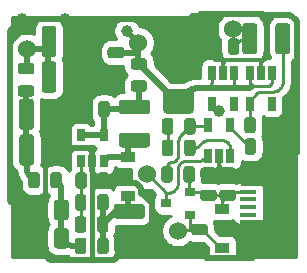
<source format=gbr>
G04 #@! TF.GenerationSoftware,KiCad,Pcbnew,5.1.8+dfsg1-1~bpo10+1*
G04 #@! TF.CreationDate,2020-11-10T16:56:22+03:00*
G04 #@! TF.ProjectId,cs,63732e6b-6963-4616-945f-706362585858,rev?*
G04 #@! TF.SameCoordinates,Original*
G04 #@! TF.FileFunction,Copper,L2,Bot*
G04 #@! TF.FilePolarity,Positive*
%FSLAX46Y46*%
G04 Gerber Fmt 4.6, Leading zero omitted, Abs format (unit mm)*
G04 Created by KiCad (PCBNEW 5.1.8+dfsg1-1~bpo10+1) date 2020-11-10 16:56:22*
%MOMM*%
%LPD*%
G01*
G04 APERTURE LIST*
G04 #@! TA.AperFunction,SMDPad,CuDef*
%ADD10R,0.650000X1.220000*%
G04 #@! TD*
G04 #@! TA.AperFunction,SMDPad,CuDef*
%ADD11R,0.650000X1.060000*%
G04 #@! TD*
G04 #@! TA.AperFunction,SMDPad,CuDef*
%ADD12C,1.524000*%
G04 #@! TD*
G04 #@! TA.AperFunction,SMDPad,CuDef*
%ADD13R,0.900000X0.800000*%
G04 #@! TD*
G04 #@! TA.AperFunction,SMDPad,CuDef*
%ADD14R,1.200000X0.900000*%
G04 #@! TD*
G04 #@! TA.AperFunction,SMDPad,CuDef*
%ADD15R,1.380000X0.450000*%
G04 #@! TD*
G04 #@! TA.AperFunction,SMDPad,CuDef*
%ADD16R,2.100000X1.475000*%
G04 #@! TD*
G04 #@! TA.AperFunction,SMDPad,CuDef*
%ADD17R,1.900000X2.375000*%
G04 #@! TD*
G04 #@! TA.AperFunction,SMDPad,CuDef*
%ADD18R,1.900000X1.175000*%
G04 #@! TD*
G04 #@! TA.AperFunction,ViaPad*
%ADD19C,0.800000*%
G04 #@! TD*
G04 #@! TA.AperFunction,ViaPad*
%ADD20C,1.000000*%
G04 #@! TD*
G04 #@! TA.AperFunction,Conductor*
%ADD21C,0.300000*%
G04 #@! TD*
G04 #@! TA.AperFunction,Conductor*
%ADD22C,0.500000*%
G04 #@! TD*
G04 #@! TA.AperFunction,Conductor*
%ADD23C,0.400000*%
G04 #@! TD*
G04 #@! TA.AperFunction,Conductor*
%ADD24C,0.250000*%
G04 #@! TD*
G04 #@! TA.AperFunction,Conductor*
%ADD25C,0.254000*%
G04 #@! TD*
G04 #@! TA.AperFunction,Conductor*
%ADD26C,0.100000*%
G04 #@! TD*
G04 APERTURE END LIST*
D10*
X228630400Y-23825200D03*
X229580400Y-23825200D03*
X230530400Y-23825200D03*
X230530400Y-26445200D03*
X228630400Y-26445200D03*
D11*
X216260680Y-31315660D03*
X215310680Y-31315660D03*
X214360680Y-31315660D03*
X214360680Y-29115660D03*
X216260680Y-29115660D03*
D12*
X219219780Y-21277580D03*
D13*
X223570800Y-33914000D03*
X223570800Y-35814000D03*
X221570800Y-34864000D03*
G04 #@! TA.AperFunction,SMDPad,CuDef*
G36*
G01*
X213873020Y-33387350D02*
X213873020Y-32474850D01*
G75*
G02*
X214116770Y-32231100I243750J0D01*
G01*
X214604270Y-32231100D01*
G75*
G02*
X214848020Y-32474850I0J-243750D01*
G01*
X214848020Y-33387350D01*
G75*
G02*
X214604270Y-33631100I-243750J0D01*
G01*
X214116770Y-33631100D01*
G75*
G02*
X213873020Y-33387350I0J243750D01*
G01*
G37*
G04 #@! TD.AperFunction*
G04 #@! TA.AperFunction,SMDPad,CuDef*
G36*
G01*
X215748020Y-33387350D02*
X215748020Y-32474850D01*
G75*
G02*
X215991770Y-32231100I243750J0D01*
G01*
X216479270Y-32231100D01*
G75*
G02*
X216723020Y-32474850I0J-243750D01*
G01*
X216723020Y-33387350D01*
G75*
G02*
X216479270Y-33631100I-243750J0D01*
G01*
X215991770Y-33631100D01*
G75*
G02*
X215748020Y-33387350I0J243750D01*
G01*
G37*
G04 #@! TD.AperFunction*
D10*
X227010000Y-30835600D03*
X226060000Y-30835600D03*
X225110000Y-30835600D03*
X225110000Y-28215600D03*
X227010000Y-28215600D03*
G04 #@! TA.AperFunction,SMDPad,CuDef*
G36*
G01*
X213828120Y-25240560D02*
X213828120Y-23090560D01*
G75*
G02*
X214078120Y-22840560I250000J0D01*
G01*
X214828120Y-22840560D01*
G75*
G02*
X215078120Y-23090560I0J-250000D01*
G01*
X215078120Y-25240560D01*
G75*
G02*
X214828120Y-25490560I-250000J0D01*
G01*
X214078120Y-25490560D01*
G75*
G02*
X213828120Y-25240560I0J250000D01*
G01*
G37*
G04 #@! TD.AperFunction*
G04 #@! TA.AperFunction,SMDPad,CuDef*
G36*
G01*
X211028120Y-25240560D02*
X211028120Y-23090560D01*
G75*
G02*
X211278120Y-22840560I250000J0D01*
G01*
X212028120Y-22840560D01*
G75*
G02*
X212278120Y-23090560I0J-250000D01*
G01*
X212278120Y-25240560D01*
G75*
G02*
X212028120Y-25490560I-250000J0D01*
G01*
X211278120Y-25490560D01*
G75*
G02*
X211028120Y-25240560I0J250000D01*
G01*
G37*
G04 #@! TD.AperFunction*
G04 #@! TA.AperFunction,SMDPad,CuDef*
G36*
G01*
X214817780Y-34331590D02*
X214817780Y-35244090D01*
G75*
G02*
X214574030Y-35487840I-243750J0D01*
G01*
X214086530Y-35487840D01*
G75*
G02*
X213842780Y-35244090I0J243750D01*
G01*
X213842780Y-34331590D01*
G75*
G02*
X214086530Y-34087840I243750J0D01*
G01*
X214574030Y-34087840D01*
G75*
G02*
X214817780Y-34331590I0J-243750D01*
G01*
G37*
G04 #@! TD.AperFunction*
G04 #@! TA.AperFunction,SMDPad,CuDef*
G36*
G01*
X216692780Y-34331590D02*
X216692780Y-35244090D01*
G75*
G02*
X216449030Y-35487840I-243750J0D01*
G01*
X215961530Y-35487840D01*
G75*
G02*
X215717780Y-35244090I0J243750D01*
G01*
X215717780Y-34331590D01*
G75*
G02*
X215961530Y-34087840I243750J0D01*
G01*
X216449030Y-34087840D01*
G75*
G02*
X216692780Y-34331590I0J-243750D01*
G01*
G37*
G04 #@! TD.AperFunction*
G04 #@! TA.AperFunction,SMDPad,CuDef*
G36*
G01*
X217372620Y-34917220D02*
X219522620Y-34917220D01*
G75*
G02*
X219772620Y-35167220I0J-250000D01*
G01*
X219772620Y-35917220D01*
G75*
G02*
X219522620Y-36167220I-250000J0D01*
G01*
X217372620Y-36167220D01*
G75*
G02*
X217122620Y-35917220I0J250000D01*
G01*
X217122620Y-35167220D01*
G75*
G02*
X217372620Y-34917220I250000J0D01*
G01*
G37*
G04 #@! TD.AperFunction*
G04 #@! TA.AperFunction,SMDPad,CuDef*
G36*
G01*
X217372620Y-37717220D02*
X219522620Y-37717220D01*
G75*
G02*
X219772620Y-37967220I0J-250000D01*
G01*
X219772620Y-38717220D01*
G75*
G02*
X219522620Y-38967220I-250000J0D01*
G01*
X217372620Y-38967220D01*
G75*
G02*
X217122620Y-38717220I0J250000D01*
G01*
X217122620Y-37967220D01*
G75*
G02*
X217372620Y-37717220I250000J0D01*
G01*
G37*
G04 #@! TD.AperFunction*
D14*
X226314000Y-38608000D03*
X226314000Y-35308000D03*
X218307920Y-30903640D03*
X218307920Y-34203640D03*
G04 #@! TA.AperFunction,SMDPad,CuDef*
G36*
G01*
X209879900Y-33364490D02*
X209879900Y-32451990D01*
G75*
G02*
X210123650Y-32208240I243750J0D01*
G01*
X210611150Y-32208240D01*
G75*
G02*
X210854900Y-32451990I0J-243750D01*
G01*
X210854900Y-33364490D01*
G75*
G02*
X210611150Y-33608240I-243750J0D01*
G01*
X210123650Y-33608240D01*
G75*
G02*
X209879900Y-33364490I0J243750D01*
G01*
G37*
G04 #@! TD.AperFunction*
G04 #@! TA.AperFunction,SMDPad,CuDef*
G36*
G01*
X211754900Y-33364490D02*
X211754900Y-32451990D01*
G75*
G02*
X211998650Y-32208240I243750J0D01*
G01*
X212486150Y-32208240D01*
G75*
G02*
X212729900Y-32451990I0J-243750D01*
G01*
X212729900Y-33364490D01*
G75*
G02*
X212486150Y-33608240I-243750J0D01*
G01*
X211998650Y-33608240D01*
G75*
G02*
X211754900Y-33364490I0J243750D01*
G01*
G37*
G04 #@! TD.AperFunction*
G04 #@! TA.AperFunction,SMDPad,CuDef*
G36*
G01*
X209246150Y-22981620D02*
X210158650Y-22981620D01*
G75*
G02*
X210402400Y-23225370I0J-243750D01*
G01*
X210402400Y-23712870D01*
G75*
G02*
X210158650Y-23956620I-243750J0D01*
G01*
X209246150Y-23956620D01*
G75*
G02*
X209002400Y-23712870I0J243750D01*
G01*
X209002400Y-23225370D01*
G75*
G02*
X209246150Y-22981620I243750J0D01*
G01*
G37*
G04 #@! TD.AperFunction*
G04 #@! TA.AperFunction,SMDPad,CuDef*
G36*
G01*
X209246150Y-24856620D02*
X210158650Y-24856620D01*
G75*
G02*
X210402400Y-25100370I0J-243750D01*
G01*
X210402400Y-25587870D01*
G75*
G02*
X210158650Y-25831620I-243750J0D01*
G01*
X209246150Y-25831620D01*
G75*
G02*
X209002400Y-25587870I0J243750D01*
G01*
X209002400Y-25100370D01*
G75*
G02*
X209246150Y-24856620I243750J0D01*
G01*
G37*
G04 #@! TD.AperFunction*
G04 #@! TA.AperFunction,SMDPad,CuDef*
G36*
G01*
X223027900Y-32866650D02*
X223027900Y-31954150D01*
G75*
G02*
X223271650Y-31710400I243750J0D01*
G01*
X223759150Y-31710400D01*
G75*
G02*
X224002900Y-31954150I0J-243750D01*
G01*
X224002900Y-32866650D01*
G75*
G02*
X223759150Y-33110400I-243750J0D01*
G01*
X223271650Y-33110400D01*
G75*
G02*
X223027900Y-32866650I0J243750D01*
G01*
G37*
G04 #@! TD.AperFunction*
G04 #@! TA.AperFunction,SMDPad,CuDef*
G36*
G01*
X221152900Y-32866650D02*
X221152900Y-31954150D01*
G75*
G02*
X221396650Y-31710400I243750J0D01*
G01*
X221884150Y-31710400D01*
G75*
G02*
X222127900Y-31954150I0J-243750D01*
G01*
X222127900Y-32866650D01*
G75*
G02*
X221884150Y-33110400I-243750J0D01*
G01*
X221396650Y-33110400D01*
G75*
G02*
X221152900Y-32866650I0J243750D01*
G01*
G37*
G04 #@! TD.AperFunction*
G04 #@! TA.AperFunction,SMDPad,CuDef*
G36*
G01*
X216674520Y-36188330D02*
X216674520Y-37100830D01*
G75*
G02*
X216430770Y-37344580I-243750J0D01*
G01*
X215943270Y-37344580D01*
G75*
G02*
X215699520Y-37100830I0J243750D01*
G01*
X215699520Y-36188330D01*
G75*
G02*
X215943270Y-35944580I243750J0D01*
G01*
X216430770Y-35944580D01*
G75*
G02*
X216674520Y-36188330I0J-243750D01*
G01*
G37*
G04 #@! TD.AperFunction*
G04 #@! TA.AperFunction,SMDPad,CuDef*
G36*
G01*
X214799520Y-36188330D02*
X214799520Y-37100830D01*
G75*
G02*
X214555770Y-37344580I-243750J0D01*
G01*
X214068270Y-37344580D01*
G75*
G02*
X213824520Y-37100830I0J243750D01*
G01*
X213824520Y-36188330D01*
G75*
G02*
X214068270Y-35944580I243750J0D01*
G01*
X214555770Y-35944580D01*
G75*
G02*
X214799520Y-36188330I0J-243750D01*
G01*
G37*
G04 #@! TD.AperFunction*
G04 #@! TA.AperFunction,SMDPad,CuDef*
G36*
G01*
X228203460Y-30509530D02*
X228203460Y-29597030D01*
G75*
G02*
X228447210Y-29353280I243750J0D01*
G01*
X228934710Y-29353280D01*
G75*
G02*
X229178460Y-29597030I0J-243750D01*
G01*
X229178460Y-30509530D01*
G75*
G02*
X228934710Y-30753280I-243750J0D01*
G01*
X228447210Y-30753280D01*
G75*
G02*
X228203460Y-30509530I0J243750D01*
G01*
G37*
G04 #@! TD.AperFunction*
G04 #@! TA.AperFunction,SMDPad,CuDef*
G36*
G01*
X230078460Y-30509530D02*
X230078460Y-29597030D01*
G75*
G02*
X230322210Y-29353280I243750J0D01*
G01*
X230809710Y-29353280D01*
G75*
G02*
X231053460Y-29597030I0J-243750D01*
G01*
X231053460Y-30509530D01*
G75*
G02*
X230809710Y-30753280I-243750J0D01*
G01*
X230322210Y-30753280D01*
G75*
G02*
X230078460Y-30509530I0J243750D01*
G01*
G37*
G04 #@! TD.AperFunction*
G04 #@! TA.AperFunction,SMDPad,CuDef*
G36*
G01*
X225601850Y-32800900D02*
X224689350Y-32800900D01*
G75*
G02*
X224445600Y-32557150I0J243750D01*
G01*
X224445600Y-32069650D01*
G75*
G02*
X224689350Y-31825900I243750J0D01*
G01*
X225601850Y-31825900D01*
G75*
G02*
X225845600Y-32069650I0J-243750D01*
G01*
X225845600Y-32557150D01*
G75*
G02*
X225601850Y-32800900I-243750J0D01*
G01*
G37*
G04 #@! TD.AperFunction*
G04 #@! TA.AperFunction,SMDPad,CuDef*
G36*
G01*
X225601850Y-34675900D02*
X224689350Y-34675900D01*
G75*
G02*
X224445600Y-34432150I0J243750D01*
G01*
X224445600Y-33944650D01*
G75*
G02*
X224689350Y-33700900I243750J0D01*
G01*
X225601850Y-33700900D01*
G75*
G02*
X225845600Y-33944650I0J-243750D01*
G01*
X225845600Y-34432150D01*
G75*
G02*
X225601850Y-34675900I-243750J0D01*
G01*
G37*
G04 #@! TD.AperFunction*
G04 #@! TA.AperFunction,SMDPad,CuDef*
G36*
G01*
X224053700Y-29718950D02*
X224053700Y-30631450D01*
G75*
G02*
X223809950Y-30875200I-243750J0D01*
G01*
X223322450Y-30875200D01*
G75*
G02*
X223078700Y-30631450I0J243750D01*
G01*
X223078700Y-29718950D01*
G75*
G02*
X223322450Y-29475200I243750J0D01*
G01*
X223809950Y-29475200D01*
G75*
G02*
X224053700Y-29718950I0J-243750D01*
G01*
G37*
G04 #@! TD.AperFunction*
G04 #@! TA.AperFunction,SMDPad,CuDef*
G36*
G01*
X222178700Y-29718950D02*
X222178700Y-30631450D01*
G75*
G02*
X221934950Y-30875200I-243750J0D01*
G01*
X221447450Y-30875200D01*
G75*
G02*
X221203700Y-30631450I0J243750D01*
G01*
X221203700Y-29718950D01*
G75*
G02*
X221447450Y-29475200I243750J0D01*
G01*
X221934950Y-29475200D01*
G75*
G02*
X222178700Y-29718950I0J-243750D01*
G01*
G37*
G04 #@! TD.AperFunction*
G04 #@! TA.AperFunction,SMDPad,CuDef*
G36*
G01*
X221203700Y-28802650D02*
X221203700Y-27890150D01*
G75*
G02*
X221447450Y-27646400I243750J0D01*
G01*
X221934950Y-27646400D01*
G75*
G02*
X222178700Y-27890150I0J-243750D01*
G01*
X222178700Y-28802650D01*
G75*
G02*
X221934950Y-29046400I-243750J0D01*
G01*
X221447450Y-29046400D01*
G75*
G02*
X221203700Y-28802650I0J243750D01*
G01*
G37*
G04 #@! TD.AperFunction*
G04 #@! TA.AperFunction,SMDPad,CuDef*
G36*
G01*
X223078700Y-28802650D02*
X223078700Y-27890150D01*
G75*
G02*
X223322450Y-27646400I243750J0D01*
G01*
X223809950Y-27646400D01*
G75*
G02*
X224053700Y-27890150I0J-243750D01*
G01*
X224053700Y-28802650D01*
G75*
G02*
X223809950Y-29046400I-243750J0D01*
G01*
X223322450Y-29046400D01*
G75*
G02*
X223078700Y-28802650I0J243750D01*
G01*
G37*
G04 #@! TD.AperFunction*
D12*
X209798920Y-21808440D03*
X219964000Y-32359600D03*
X222554800Y-37185600D03*
G04 #@! TA.AperFunction,SMDPad,CuDef*
G36*
G01*
X223927350Y-36601100D02*
X224839850Y-36601100D01*
G75*
G02*
X225083600Y-36844850I0J-243750D01*
G01*
X225083600Y-37332350D01*
G75*
G02*
X224839850Y-37576100I-243750J0D01*
G01*
X223927350Y-37576100D01*
G75*
G02*
X223683600Y-37332350I0J243750D01*
G01*
X223683600Y-36844850D01*
G75*
G02*
X223927350Y-36601100I243750J0D01*
G01*
G37*
G04 #@! TD.AperFunction*
G04 #@! TA.AperFunction,SMDPad,CuDef*
G36*
G01*
X223927350Y-38476100D02*
X224839850Y-38476100D01*
G75*
G02*
X225083600Y-38719850I0J-243750D01*
G01*
X225083600Y-39207350D01*
G75*
G02*
X224839850Y-39451100I-243750J0D01*
G01*
X223927350Y-39451100D01*
G75*
G02*
X223683600Y-39207350I0J243750D01*
G01*
X223683600Y-38719850D01*
G75*
G02*
X223927350Y-38476100I243750J0D01*
G01*
G37*
G04 #@! TD.AperFunction*
G04 #@! TA.AperFunction,SMDPad,CuDef*
G36*
G01*
X227227450Y-32796300D02*
X226314950Y-32796300D01*
G75*
G02*
X226071200Y-32552550I0J243750D01*
G01*
X226071200Y-32065050D01*
G75*
G02*
X226314950Y-31821300I243750J0D01*
G01*
X227227450Y-31821300D01*
G75*
G02*
X227471200Y-32065050I0J-243750D01*
G01*
X227471200Y-32552550D01*
G75*
G02*
X227227450Y-32796300I-243750J0D01*
G01*
G37*
G04 #@! TD.AperFunction*
G04 #@! TA.AperFunction,SMDPad,CuDef*
G36*
G01*
X227227450Y-34671300D02*
X226314950Y-34671300D01*
G75*
G02*
X226071200Y-34427550I0J243750D01*
G01*
X226071200Y-33940050D01*
G75*
G02*
X226314950Y-33696300I243750J0D01*
G01*
X227227450Y-33696300D01*
G75*
G02*
X227471200Y-33940050I0J-243750D01*
G01*
X227471200Y-34427550D01*
G75*
G02*
X227227450Y-34671300I-243750J0D01*
G01*
G37*
G04 #@! TD.AperFunction*
G04 #@! TA.AperFunction,SMDPad,CuDef*
G36*
G01*
X228178060Y-28701050D02*
X228178060Y-27788550D01*
G75*
G02*
X228421810Y-27544800I243750J0D01*
G01*
X228909310Y-27544800D01*
G75*
G02*
X229153060Y-27788550I0J-243750D01*
G01*
X229153060Y-28701050D01*
G75*
G02*
X228909310Y-28944800I-243750J0D01*
G01*
X228421810Y-28944800D01*
G75*
G02*
X228178060Y-28701050I0J243750D01*
G01*
G37*
G04 #@! TD.AperFunction*
G04 #@! TA.AperFunction,SMDPad,CuDef*
G36*
G01*
X230053060Y-28701050D02*
X230053060Y-27788550D01*
G75*
G02*
X230296810Y-27544800I243750J0D01*
G01*
X230784310Y-27544800D01*
G75*
G02*
X231028060Y-27788550I0J-243750D01*
G01*
X231028060Y-28701050D01*
G75*
G02*
X230784310Y-28944800I-243750J0D01*
G01*
X230296810Y-28944800D01*
G75*
G02*
X230053060Y-28701050I0J243750D01*
G01*
G37*
G04 #@! TD.AperFunction*
G04 #@! TA.AperFunction,SMDPad,CuDef*
G36*
G01*
X218796550Y-24452760D02*
X219709050Y-24452760D01*
G75*
G02*
X219952800Y-24696510I0J-243750D01*
G01*
X219952800Y-25184010D01*
G75*
G02*
X219709050Y-25427760I-243750J0D01*
G01*
X218796550Y-25427760D01*
G75*
G02*
X218552800Y-25184010I0J243750D01*
G01*
X218552800Y-24696510D01*
G75*
G02*
X218796550Y-24452760I243750J0D01*
G01*
G37*
G04 #@! TD.AperFunction*
G04 #@! TA.AperFunction,SMDPad,CuDef*
G36*
G01*
X218796550Y-22577760D02*
X219709050Y-22577760D01*
G75*
G02*
X219952800Y-22821510I0J-243750D01*
G01*
X219952800Y-23309010D01*
G75*
G02*
X219709050Y-23552760I-243750J0D01*
G01*
X218796550Y-23552760D01*
G75*
G02*
X218552800Y-23309010I0J243750D01*
G01*
X218552800Y-22821510D01*
G75*
G02*
X218796550Y-22577760I243750J0D01*
G01*
G37*
G04 #@! TD.AperFunction*
G04 #@! TA.AperFunction,SMDPad,CuDef*
G36*
G01*
X214817780Y-38017130D02*
X214817780Y-38929630D01*
G75*
G02*
X214574030Y-39173380I-243750J0D01*
G01*
X214086530Y-39173380D01*
G75*
G02*
X213842780Y-38929630I0J243750D01*
G01*
X213842780Y-38017130D01*
G75*
G02*
X214086530Y-37773380I243750J0D01*
G01*
X214574030Y-37773380D01*
G75*
G02*
X214817780Y-38017130I0J-243750D01*
G01*
G37*
G04 #@! TD.AperFunction*
G04 #@! TA.AperFunction,SMDPad,CuDef*
G36*
G01*
X216692780Y-38017130D02*
X216692780Y-38929630D01*
G75*
G02*
X216449030Y-39173380I-243750J0D01*
G01*
X215961530Y-39173380D01*
G75*
G02*
X215717780Y-38929630I0J243750D01*
G01*
X215717780Y-38017130D01*
G75*
G02*
X215961530Y-37773380I243750J0D01*
G01*
X216449030Y-37773380D01*
G75*
G02*
X216692780Y-38017130I0J-243750D01*
G01*
G37*
G04 #@! TD.AperFunction*
D10*
X225430000Y-23825200D03*
X226380000Y-23825200D03*
X227330000Y-23825200D03*
X227330000Y-26445200D03*
X225430000Y-26445200D03*
G04 #@! TA.AperFunction,SMDPad,CuDef*
G36*
G01*
X209132360Y-31422920D02*
X209132360Y-29272920D01*
G75*
G02*
X209382360Y-29022920I250000J0D01*
G01*
X210132360Y-29022920D01*
G75*
G02*
X210382360Y-29272920I0J-250000D01*
G01*
X210382360Y-31422920D01*
G75*
G02*
X210132360Y-31672920I-250000J0D01*
G01*
X209382360Y-31672920D01*
G75*
G02*
X209132360Y-31422920I0J250000D01*
G01*
G37*
G04 #@! TD.AperFunction*
G04 #@! TA.AperFunction,SMDPad,CuDef*
G36*
G01*
X211932360Y-31422920D02*
X211932360Y-29272920D01*
G75*
G02*
X212182360Y-29022920I250000J0D01*
G01*
X212932360Y-29022920D01*
G75*
G02*
X213182360Y-29272920I0J-250000D01*
G01*
X213182360Y-31422920D01*
G75*
G02*
X212932360Y-31672920I-250000J0D01*
G01*
X212182360Y-31672920D01*
G75*
G02*
X211932360Y-31422920I0J250000D01*
G01*
G37*
G04 #@! TD.AperFunction*
G04 #@! TA.AperFunction,SMDPad,CuDef*
G36*
G01*
X211905340Y-28410480D02*
X211905340Y-26260480D01*
G75*
G02*
X212155340Y-26010480I250000J0D01*
G01*
X212905340Y-26010480D01*
G75*
G02*
X213155340Y-26260480I0J-250000D01*
G01*
X213155340Y-28410480D01*
G75*
G02*
X212905340Y-28660480I-250000J0D01*
G01*
X212155340Y-28660480D01*
G75*
G02*
X211905340Y-28410480I0J250000D01*
G01*
G37*
G04 #@! TD.AperFunction*
G04 #@! TA.AperFunction,SMDPad,CuDef*
G36*
G01*
X209105340Y-28410480D02*
X209105340Y-26260480D01*
G75*
G02*
X209355340Y-26010480I250000J0D01*
G01*
X210105340Y-26010480D01*
G75*
G02*
X210355340Y-26260480I0J-250000D01*
G01*
X210355340Y-28410480D01*
G75*
G02*
X210105340Y-28660480I-250000J0D01*
G01*
X209355340Y-28660480D01*
G75*
G02*
X209105340Y-28410480I0J250000D01*
G01*
G37*
G04 #@! TD.AperFunction*
G04 #@! TA.AperFunction,SMDPad,CuDef*
G36*
G01*
X213814500Y-22240820D02*
X213814500Y-20090820D01*
G75*
G02*
X214064500Y-19840820I250000J0D01*
G01*
X214814500Y-19840820D01*
G75*
G02*
X215064500Y-20090820I0J-250000D01*
G01*
X215064500Y-22240820D01*
G75*
G02*
X214814500Y-22490820I-250000J0D01*
G01*
X214064500Y-22490820D01*
G75*
G02*
X213814500Y-22240820I0J250000D01*
G01*
G37*
G04 #@! TD.AperFunction*
G04 #@! TA.AperFunction,SMDPad,CuDef*
G36*
G01*
X211014500Y-22240820D02*
X211014500Y-20090820D01*
G75*
G02*
X211264500Y-19840820I250000J0D01*
G01*
X212014500Y-19840820D01*
G75*
G02*
X212264500Y-20090820I0J-250000D01*
G01*
X212264500Y-22240820D01*
G75*
G02*
X212014500Y-22490820I-250000J0D01*
G01*
X211264500Y-22490820D01*
G75*
G02*
X211014500Y-22240820I0J250000D01*
G01*
G37*
G04 #@! TD.AperFunction*
D12*
X227228400Y-20116800D03*
G04 #@! TA.AperFunction,SMDPad,CuDef*
G36*
G01*
X217822200Y-26089800D02*
X219972200Y-26089800D01*
G75*
G02*
X220222200Y-26339800I0J-250000D01*
G01*
X220222200Y-27089800D01*
G75*
G02*
X219972200Y-27339800I-250000J0D01*
G01*
X217822200Y-27339800D01*
G75*
G02*
X217572200Y-27089800I0J250000D01*
G01*
X217572200Y-26339800D01*
G75*
G02*
X217822200Y-26089800I250000J0D01*
G01*
G37*
G04 #@! TD.AperFunction*
G04 #@! TA.AperFunction,SMDPad,CuDef*
G36*
G01*
X217822200Y-28889800D02*
X219972200Y-28889800D01*
G75*
G02*
X220222200Y-29139800I0J-250000D01*
G01*
X220222200Y-29889800D01*
G75*
G02*
X219972200Y-30139800I-250000J0D01*
G01*
X217822200Y-30139800D01*
G75*
G02*
X217572200Y-29889800I0J250000D01*
G01*
X217572200Y-29139800D01*
G75*
G02*
X217822200Y-28889800I250000J0D01*
G01*
G37*
G04 #@! TD.AperFunction*
G04 #@! TA.AperFunction,SMDPad,CuDef*
G36*
G01*
X223630600Y-27277700D02*
X221580600Y-27277700D01*
G75*
G02*
X221330600Y-27027700I0J250000D01*
G01*
X221330600Y-25452700D01*
G75*
G02*
X221580600Y-25202700I250000J0D01*
G01*
X223630600Y-25202700D01*
G75*
G02*
X223880600Y-25452700I0J-250000D01*
G01*
X223880600Y-27027700D01*
G75*
G02*
X223630600Y-27277700I-250000J0D01*
G01*
G37*
G04 #@! TD.AperFunction*
G04 #@! TA.AperFunction,SMDPad,CuDef*
G36*
G01*
X223630600Y-21052700D02*
X221580600Y-21052700D01*
G75*
G02*
X221330600Y-20802700I0J250000D01*
G01*
X221330600Y-19227700D01*
G75*
G02*
X221580600Y-18977700I250000J0D01*
G01*
X223630600Y-18977700D01*
G75*
G02*
X223880600Y-19227700I0J-250000D01*
G01*
X223880600Y-20802700D01*
G75*
G02*
X223630600Y-21052700I-250000J0D01*
G01*
G37*
G04 #@! TD.AperFunction*
G04 #@! TA.AperFunction,SMDPad,CuDef*
G36*
G01*
X227766700Y-21133750D02*
X227766700Y-22046250D01*
G75*
G02*
X227522950Y-22290000I-243750J0D01*
G01*
X227035450Y-22290000D01*
G75*
G02*
X226791700Y-22046250I0J243750D01*
G01*
X226791700Y-21133750D01*
G75*
G02*
X227035450Y-20890000I243750J0D01*
G01*
X227522950Y-20890000D01*
G75*
G02*
X227766700Y-21133750I0J-243750D01*
G01*
G37*
G04 #@! TD.AperFunction*
G04 #@! TA.AperFunction,SMDPad,CuDef*
G36*
G01*
X225891700Y-21133750D02*
X225891700Y-22046250D01*
G75*
G02*
X225647950Y-22290000I-243750J0D01*
G01*
X225160450Y-22290000D01*
G75*
G02*
X224916700Y-22046250I0J243750D01*
G01*
X224916700Y-21133750D01*
G75*
G02*
X225160450Y-20890000I243750J0D01*
G01*
X225647950Y-20890000D01*
G75*
G02*
X225891700Y-21133750I0J-243750D01*
G01*
G37*
G04 #@! TD.AperFunction*
G04 #@! TA.AperFunction,SMDPad,CuDef*
G36*
G01*
X232069800Y-19854600D02*
X232069800Y-22004600D01*
G75*
G02*
X231819800Y-22254600I-250000J0D01*
G01*
X231069800Y-22254600D01*
G75*
G02*
X230819800Y-22004600I0J250000D01*
G01*
X230819800Y-19854600D01*
G75*
G02*
X231069800Y-19604600I250000J0D01*
G01*
X231819800Y-19604600D01*
G75*
G02*
X232069800Y-19854600I0J-250000D01*
G01*
G37*
G04 #@! TD.AperFunction*
G04 #@! TA.AperFunction,SMDPad,CuDef*
G36*
G01*
X229269800Y-19854600D02*
X229269800Y-22004600D01*
G75*
G02*
X229019800Y-22254600I-250000J0D01*
G01*
X228269800Y-22254600D01*
G75*
G02*
X228019800Y-22004600I0J250000D01*
G01*
X228019800Y-19854600D01*
G75*
G02*
X228269800Y-19604600I250000J0D01*
G01*
X229019800Y-19604600D01*
G75*
G02*
X229269800Y-19854600I0J-250000D01*
G01*
G37*
G04 #@! TD.AperFunction*
G04 #@! TA.AperFunction,SMDPad,CuDef*
G36*
G01*
X216840750Y-23485020D02*
X217753250Y-23485020D01*
G75*
G02*
X217997000Y-23728770I0J-243750D01*
G01*
X217997000Y-24216270D01*
G75*
G02*
X217753250Y-24460020I-243750J0D01*
G01*
X216840750Y-24460020D01*
G75*
G02*
X216597000Y-24216270I0J243750D01*
G01*
X216597000Y-23728770D01*
G75*
G02*
X216840750Y-23485020I243750J0D01*
G01*
G37*
G04 #@! TD.AperFunction*
G04 #@! TA.AperFunction,SMDPad,CuDef*
G36*
G01*
X216840750Y-21610020D02*
X217753250Y-21610020D01*
G75*
G02*
X217997000Y-21853770I0J-243750D01*
G01*
X217997000Y-22341270D01*
G75*
G02*
X217753250Y-22585020I-243750J0D01*
G01*
X216840750Y-22585020D01*
G75*
G02*
X216597000Y-22341270I0J243750D01*
G01*
X216597000Y-21853770D01*
G75*
G02*
X216840750Y-21610020I243750J0D01*
G01*
G37*
G04 #@! TD.AperFunction*
G04 #@! TA.AperFunction,SMDPad,CuDef*
G36*
G01*
X216788600Y-26442350D02*
X216788600Y-27354850D01*
G75*
G02*
X216544850Y-27598600I-243750J0D01*
G01*
X216057350Y-27598600D01*
G75*
G02*
X215813600Y-27354850I0J243750D01*
G01*
X215813600Y-26442350D01*
G75*
G02*
X216057350Y-26198600I243750J0D01*
G01*
X216544850Y-26198600D01*
G75*
G02*
X216788600Y-26442350I0J-243750D01*
G01*
G37*
G04 #@! TD.AperFunction*
G04 #@! TA.AperFunction,SMDPad,CuDef*
G36*
G01*
X214913600Y-26442350D02*
X214913600Y-27354850D01*
G75*
G02*
X214669850Y-27598600I-243750J0D01*
G01*
X214182350Y-27598600D01*
G75*
G02*
X213938600Y-27354850I0J243750D01*
G01*
X213938600Y-26442350D01*
G75*
G02*
X214182350Y-26198600I243750J0D01*
G01*
X214669850Y-26198600D01*
G75*
G02*
X214913600Y-26442350I0J-243750D01*
G01*
G37*
G04 #@! TD.AperFunction*
G04 #@! TA.AperFunction,SMDPad,CuDef*
G36*
G01*
X210519520Y-34808000D02*
X210519520Y-36058000D01*
G75*
G02*
X210269520Y-36308000I-250000J0D01*
G01*
X209519520Y-36308000D01*
G75*
G02*
X209269520Y-36058000I0J250000D01*
G01*
X209269520Y-34808000D01*
G75*
G02*
X209519520Y-34558000I250000J0D01*
G01*
X210269520Y-34558000D01*
G75*
G02*
X210519520Y-34808000I0J-250000D01*
G01*
G37*
G04 #@! TD.AperFunction*
G04 #@! TA.AperFunction,SMDPad,CuDef*
G36*
G01*
X213319520Y-34808000D02*
X213319520Y-36058000D01*
G75*
G02*
X213069520Y-36308000I-250000J0D01*
G01*
X212319520Y-36308000D01*
G75*
G02*
X212069520Y-36058000I0J250000D01*
G01*
X212069520Y-34808000D01*
G75*
G02*
X212319520Y-34558000I250000J0D01*
G01*
X213069520Y-34558000D01*
G75*
G02*
X213319520Y-34808000I0J-250000D01*
G01*
G37*
G04 #@! TD.AperFunction*
G04 #@! TA.AperFunction,SMDPad,CuDef*
G36*
G01*
X213315360Y-37203220D02*
X213315360Y-38453220D01*
G75*
G02*
X213065360Y-38703220I-250000J0D01*
G01*
X212315360Y-38703220D01*
G75*
G02*
X212065360Y-38453220I0J250000D01*
G01*
X212065360Y-37203220D01*
G75*
G02*
X212315360Y-36953220I250000J0D01*
G01*
X213065360Y-36953220D01*
G75*
G02*
X213315360Y-37203220I0J-250000D01*
G01*
G37*
G04 #@! TD.AperFunction*
G04 #@! TA.AperFunction,SMDPad,CuDef*
G36*
G01*
X210515360Y-37203220D02*
X210515360Y-38453220D01*
G75*
G02*
X210265360Y-38703220I-250000J0D01*
G01*
X209515360Y-38703220D01*
G75*
G02*
X209265360Y-38453220I0J250000D01*
G01*
X209265360Y-37203220D01*
G75*
G02*
X209515360Y-36953220I250000J0D01*
G01*
X210265360Y-36953220D01*
G75*
G02*
X210515360Y-37203220I0J-250000D01*
G01*
G37*
G04 #@! TD.AperFunction*
D15*
X228530800Y-33885400D03*
X228530800Y-34535400D03*
X228530800Y-35185400D03*
X228530800Y-35835400D03*
X228530800Y-36485400D03*
D16*
X228890800Y-32722900D03*
X228890800Y-37647900D03*
D17*
X231190800Y-32275400D03*
X231190800Y-38095400D03*
D18*
X231190800Y-34345400D03*
X231190800Y-36025400D03*
D19*
X221467680Y-20736560D03*
D20*
X224282000Y-21539200D03*
D19*
X220075760Y-38719760D03*
D20*
X209346800Y-19253200D03*
D19*
X228650800Y-38658800D03*
X224332800Y-19507200D03*
X208940400Y-36657280D03*
D20*
X221173040Y-22961600D03*
D19*
X232140760Y-26090880D03*
X231241600Y-34493200D03*
D20*
X226009200Y-27076400D03*
D19*
X216418160Y-24673560D03*
D20*
X213004400Y-19253200D03*
X218236800Y-20269200D03*
D21*
X231343200Y-34162000D02*
X231343200Y-35814000D01*
X230140400Y-32969200D02*
X231343200Y-32969200D01*
X230138200Y-32967000D02*
X230140400Y-32969200D01*
X229113200Y-32967000D02*
X230138200Y-32967000D01*
X231343200Y-32969200D02*
X231343200Y-34162000D01*
X228693200Y-37187000D02*
X229113200Y-37607000D01*
X228693200Y-36587000D02*
X228693200Y-37187000D01*
X231343200Y-31712000D02*
X231343200Y-32969200D01*
X229940800Y-38760400D02*
X231190800Y-38760400D01*
X230155800Y-36310400D02*
X228960800Y-37505400D01*
X231190800Y-36310400D02*
X230155800Y-36310400D01*
X228955600Y-38385600D02*
X228650800Y-38658800D01*
X228960800Y-38380400D02*
X228955600Y-38385600D01*
X228960800Y-37505400D02*
X228960800Y-38380400D01*
X228955600Y-38760400D02*
X229940800Y-38760400D01*
X231343200Y-35814000D02*
X231343200Y-36412000D01*
X231190800Y-36310400D02*
X231190800Y-38760400D01*
D22*
X209890360Y-37828220D02*
X210282790Y-38220650D01*
X217120120Y-39669720D02*
X218447620Y-38342220D01*
D21*
X212530340Y-30159960D02*
X212530340Y-27335480D01*
D22*
X212530340Y-30159960D02*
X214984980Y-30159960D01*
D21*
X214439500Y-23992840D02*
X214398860Y-24033480D01*
X214439500Y-21165820D02*
X214439500Y-23992840D01*
X214475980Y-24110600D02*
X214398860Y-24033480D01*
X211805340Y-30159960D02*
X211312760Y-30652540D01*
X212530340Y-30159960D02*
X211805340Y-30159960D01*
D23*
X211312760Y-30652540D02*
X211312760Y-33581340D01*
D22*
X211731860Y-39669720D02*
X215267540Y-39669720D01*
X215267540Y-39669720D02*
X217120120Y-39669720D01*
D21*
X215648020Y-32931100D02*
X215612460Y-32895540D01*
X216235520Y-32931100D02*
X215648020Y-32931100D01*
X215267540Y-32194500D02*
X215267540Y-32895540D01*
X215612460Y-32895540D02*
X215267540Y-32895540D01*
D23*
X215267540Y-32895540D02*
X215267540Y-39669720D01*
D22*
X215310680Y-32151360D02*
X215310680Y-31315660D01*
D21*
X215267540Y-32194500D02*
X215310680Y-32151360D01*
X214426800Y-19728120D02*
X214426800Y-19253200D01*
X214439500Y-19740820D02*
X214426800Y-19728120D01*
X214439500Y-21165820D02*
X214439500Y-19740820D01*
X216823020Y-32931100D02*
X217064320Y-33172400D01*
X216235520Y-32931100D02*
X216823020Y-32931100D01*
D22*
X219035422Y-33172400D02*
X219456000Y-33592978D01*
X217064320Y-33172400D02*
X219035422Y-33172400D01*
X219456000Y-33592978D02*
X219456000Y-34036000D01*
D21*
X219456000Y-34036000D02*
X220370400Y-34950400D01*
D22*
X224939837Y-39519837D02*
X228907363Y-39519837D01*
D21*
X224383600Y-38963600D02*
X224939837Y-39519837D01*
X228955600Y-39471600D02*
X228955600Y-38760400D01*
X228907363Y-39519837D02*
X228955600Y-39471600D01*
X228404200Y-32308800D02*
X228960800Y-32865400D01*
X226771200Y-32308800D02*
X228404200Y-32308800D01*
X213963600Y-24468740D02*
X214398860Y-24033480D01*
X213963600Y-26898600D02*
X213963600Y-24468740D01*
X212967220Y-26898600D02*
X212530340Y-27335480D01*
X213963600Y-26898600D02*
X212967220Y-26898600D01*
D22*
X220468600Y-19253200D02*
X214426800Y-19253200D01*
D21*
X221230600Y-20015200D02*
X220468600Y-19253200D01*
X222605600Y-20015200D02*
X221230600Y-20015200D01*
X223713224Y-18907576D02*
X222605600Y-20015200D01*
X224180400Y-21590000D02*
X225404200Y-21590000D01*
X222605600Y-20015200D02*
X224180400Y-21590000D01*
X225721800Y-22707600D02*
X225404200Y-22390000D01*
X225404200Y-22390000D02*
X225404200Y-21590000D01*
X226380000Y-22915200D02*
X226364800Y-22900000D01*
X226364800Y-22900000D02*
X226364800Y-22707600D01*
X226380000Y-23825200D02*
X226380000Y-22915200D01*
X226364800Y-22707600D02*
X225721800Y-22707600D01*
X229580400Y-22773600D02*
X229514400Y-22707600D01*
X229580400Y-23825200D02*
X229580400Y-22773600D01*
X226364800Y-22707600D02*
X229514400Y-22707600D01*
D22*
X214426800Y-19253200D02*
X213004400Y-19253200D01*
D21*
X228650800Y-38658800D02*
X228955600Y-38760400D01*
X226766600Y-32313400D02*
X226771200Y-32308800D01*
X226060000Y-31745600D02*
X226060000Y-32313400D01*
X226060000Y-30835600D02*
X226060000Y-31745600D01*
X226060000Y-32313400D02*
X226766600Y-32313400D01*
X225145600Y-32313400D02*
X226060000Y-32313400D01*
X231015800Y-36485400D02*
X231190800Y-36310400D01*
X228540800Y-36485400D02*
X231015800Y-36485400D01*
D22*
X220370400Y-34950400D02*
X220370400Y-38658800D01*
D21*
X218764200Y-38658800D02*
X218447620Y-38342220D01*
X220370400Y-38658800D02*
X218764200Y-38658800D01*
X224298861Y-18907576D02*
X224231200Y-18907576D01*
X224332800Y-18941515D02*
X224298861Y-18907576D01*
X224332800Y-19507200D02*
X224332800Y-18941515D01*
X224231200Y-18907576D02*
X223713224Y-18907576D01*
X209890360Y-35003740D02*
X209890360Y-36322000D01*
D22*
X230022400Y-18907576D02*
X232064376Y-18907576D01*
X232064376Y-18907576D02*
X232613200Y-19456400D01*
D21*
X231615800Y-31610400D02*
X231190800Y-31610400D01*
X232613200Y-30613000D02*
X231615800Y-31610400D01*
X229514400Y-22707600D02*
X229717600Y-22707600D01*
X229717600Y-22707600D02*
X230022400Y-22402800D01*
X230022400Y-22402800D02*
X230022400Y-18907576D01*
X229895216Y-18907576D02*
X229802250Y-18814610D01*
X230022400Y-18907576D02*
X229895216Y-18907576D01*
X224459705Y-18814610D02*
X224332800Y-18941515D01*
D22*
X229802250Y-18814610D02*
X224459705Y-18814610D01*
D21*
X231178860Y-30027880D02*
X232613200Y-30027880D01*
X231153460Y-30053280D02*
X231178860Y-30027880D01*
X230565960Y-30053280D02*
X231153460Y-30053280D01*
D22*
X232613200Y-30027880D02*
X232613200Y-30613000D01*
D23*
X211312760Y-33581340D02*
X211312760Y-35072320D01*
D22*
X210952080Y-35433000D02*
X209894520Y-35433000D01*
X211312760Y-35072320D02*
X210952080Y-35433000D01*
D21*
X209506085Y-36657280D02*
X209890360Y-36657280D01*
X208940400Y-36657280D02*
X209506085Y-36657280D01*
X209890360Y-36657280D02*
X209890360Y-37828220D01*
X209890360Y-36322000D02*
X209890360Y-36657280D01*
X222189040Y-20015200D02*
X221467680Y-20736560D01*
X222605600Y-20015200D02*
X222189040Y-20015200D01*
X222138240Y-22961600D02*
X221173040Y-22961600D01*
X222605600Y-22494240D02*
X222138240Y-22961600D01*
X222605600Y-20015200D02*
X222605600Y-22494240D01*
X214646160Y-23972520D02*
X214453120Y-24165560D01*
X217297000Y-23972520D02*
X214646160Y-23972520D01*
D22*
X232613200Y-28244800D02*
X232613200Y-30027880D01*
D21*
X231128060Y-28244800D02*
X232613200Y-28244800D01*
X230540560Y-28244800D02*
X231128060Y-28244800D01*
X232547160Y-26090880D02*
X232613200Y-26156920D01*
X232140760Y-26090880D02*
X232547160Y-26090880D01*
D22*
X232613200Y-26156920D02*
X232613200Y-28244800D01*
X232613200Y-19456400D02*
X232613200Y-26156920D01*
X209169520Y-35433000D02*
X208366360Y-34629840D01*
D21*
X209894520Y-35433000D02*
X209169520Y-35433000D01*
D22*
X208366360Y-20233640D02*
X209346800Y-19253200D01*
X208366360Y-34629840D02*
X208366360Y-26014680D01*
X215310680Y-30785660D02*
X215310680Y-31315660D01*
X215310680Y-30785660D02*
X215309807Y-30750121D01*
X215309807Y-30750121D02*
X215307192Y-30714669D01*
X215307192Y-30714669D02*
X215302840Y-30679388D01*
X215302840Y-30679388D02*
X215296763Y-30644362D01*
X215296763Y-30644362D02*
X215288974Y-30609677D01*
X215288974Y-30609677D02*
X215279493Y-30575416D01*
X215279493Y-30575416D02*
X215268342Y-30541662D01*
X215268342Y-30541662D02*
X215255548Y-30508495D01*
X215255548Y-30508495D02*
X215241142Y-30475996D01*
X215241142Y-30475996D02*
X215225159Y-30444243D01*
X215225159Y-30444243D02*
X215207637Y-30413312D01*
X215207637Y-30413312D02*
X215188619Y-30383279D01*
X215188619Y-30383279D02*
X215168149Y-30354215D01*
X215168149Y-30354215D02*
X215146279Y-30326190D01*
X215146279Y-30326190D02*
X215123059Y-30299272D01*
X215123059Y-30299272D02*
X215098547Y-30273527D01*
X215098547Y-30273527D02*
X214984980Y-30159960D01*
X214360680Y-29115660D02*
X216260680Y-29115660D01*
D24*
X219252800Y-26359200D02*
X218897200Y-26714800D01*
D22*
X219252800Y-24940260D02*
X219252800Y-26359200D01*
D24*
X216260680Y-26939020D02*
X216301100Y-26898600D01*
D22*
X216260680Y-29115660D02*
X216260680Y-26939020D01*
D24*
X218713400Y-26898600D02*
X218897200Y-26714800D01*
D22*
X216301100Y-26898600D02*
X218713400Y-26898600D01*
X218315540Y-30832520D02*
X218315540Y-30096460D01*
X216672700Y-30903640D02*
X216260680Y-31315660D01*
X218307920Y-30903640D02*
X216672700Y-30903640D01*
D24*
X216205280Y-36626320D02*
X216187020Y-36644580D01*
X216187020Y-38455120D02*
X216205280Y-38473380D01*
D22*
X216187020Y-36644580D02*
X216187020Y-38455120D01*
X216205280Y-34787840D02*
X216205280Y-35521900D01*
X216205280Y-35521900D02*
X216205280Y-36626320D01*
D24*
X218307920Y-35402520D02*
X218447620Y-35542220D01*
D22*
X218307920Y-34203640D02*
X218307920Y-35402520D01*
D24*
X217289380Y-35542220D02*
X218447620Y-35542220D01*
D22*
X216187020Y-36644580D02*
X217289380Y-35542220D01*
D24*
X225430000Y-26497200D02*
X226009200Y-27076400D01*
X225430000Y-26445200D02*
X225430000Y-26497200D01*
D22*
X212690360Y-35003740D02*
X212690360Y-37828220D01*
X212407517Y-33073357D02*
X212242400Y-32908240D01*
X212407517Y-33073357D02*
X212440200Y-33107684D01*
X212440200Y-33107684D02*
X212471159Y-33143574D01*
X212471159Y-33143574D02*
X212500320Y-33180941D01*
X212500320Y-33180941D02*
X212527612Y-33219693D01*
X212527612Y-33219693D02*
X212552970Y-33259737D01*
X212552970Y-33259737D02*
X212576333Y-33300978D01*
X212576333Y-33300978D02*
X212597644Y-33343315D01*
X212597644Y-33343315D02*
X212616851Y-33386647D01*
X212616851Y-33386647D02*
X212633910Y-33430870D01*
X212633910Y-33430870D02*
X212648777Y-33475876D01*
X212648777Y-33475876D02*
X212661419Y-33521557D01*
X212661419Y-33521557D02*
X212671804Y-33567803D01*
X212671804Y-33567803D02*
X212679907Y-33614504D01*
X212679907Y-33614504D02*
X212685709Y-33661546D01*
X212685709Y-33661546D02*
X212689196Y-33708816D01*
X212689196Y-33708816D02*
X212690360Y-33756200D01*
X212690360Y-33756200D02*
X212690360Y-35003740D01*
X213052677Y-38190537D02*
X212690360Y-37828220D01*
X213052677Y-38190537D02*
X213087005Y-38223220D01*
X213087005Y-38223220D02*
X213122895Y-38254179D01*
X213122895Y-38254179D02*
X213160261Y-38283340D01*
X213160261Y-38283340D02*
X213199013Y-38310632D01*
X213199013Y-38310632D02*
X213239058Y-38335990D01*
X213239058Y-38335990D02*
X213280298Y-38359352D01*
X213280298Y-38359352D02*
X213322636Y-38380663D01*
X213322636Y-38380663D02*
X213365968Y-38399871D01*
X213365968Y-38399871D02*
X213410190Y-38416929D01*
X213410190Y-38416929D02*
X213455196Y-38431797D01*
X213455196Y-38431797D02*
X213500877Y-38444439D01*
X213500877Y-38444439D02*
X213547124Y-38454824D01*
X213547124Y-38454824D02*
X213593824Y-38462927D01*
X213593824Y-38462927D02*
X213640866Y-38468729D01*
X213640866Y-38468729D02*
X213688136Y-38472216D01*
X213688136Y-38472216D02*
X213735520Y-38473380D01*
X213735520Y-38473380D02*
X214330280Y-38473380D01*
D24*
X209702400Y-27307540D02*
X209730340Y-27335480D01*
D22*
X209702400Y-25344120D02*
X209702400Y-27307540D01*
X209730340Y-27335480D02*
X209730340Y-30159960D01*
X210040202Y-32581042D02*
X210367400Y-32908240D01*
X210040202Y-32581042D02*
X210007519Y-32546713D01*
X210007519Y-32546713D02*
X209976560Y-32510823D01*
X209976560Y-32510823D02*
X209947399Y-32473457D01*
X209947399Y-32473457D02*
X209920107Y-32434705D01*
X209920107Y-32434705D02*
X209894749Y-32394660D01*
X209894749Y-32394660D02*
X209871386Y-32353420D01*
X209871386Y-32353420D02*
X209850075Y-32311083D01*
X209850075Y-32311083D02*
X209830868Y-32267751D01*
X209830868Y-32267751D02*
X209813809Y-32223529D01*
X209813809Y-32223529D02*
X209798941Y-32178523D01*
X209798941Y-32178523D02*
X209786300Y-32132842D01*
X209786300Y-32132842D02*
X209775915Y-32086595D01*
X209775915Y-32086595D02*
X209767811Y-32039895D01*
X209767811Y-32039895D02*
X209762009Y-31992853D01*
X209762009Y-31992853D02*
X209758522Y-31945583D01*
X209758522Y-31945583D02*
X209757360Y-31898200D01*
X209757360Y-31898200D02*
X209757360Y-30347920D01*
D24*
X214360520Y-34757600D02*
X214330280Y-34787840D01*
X214360520Y-32931100D02*
X214360520Y-34757600D01*
X214330280Y-36626320D02*
X214312020Y-36644580D01*
X214330280Y-34787840D02*
X214330280Y-36626320D01*
X214360680Y-32930940D02*
X214360520Y-32931100D01*
X214360680Y-31315660D02*
X214360680Y-32930940D01*
X225110000Y-30835600D02*
X224993200Y-30835600D01*
X221765600Y-33966400D02*
X221570800Y-33966400D01*
X221765600Y-33966400D02*
X221801137Y-33965527D01*
X221801137Y-33965527D02*
X221836590Y-33962912D01*
X221836590Y-33962912D02*
X221871871Y-33958560D01*
X221871871Y-33958560D02*
X221906896Y-33952483D01*
X221906896Y-33952483D02*
X221941581Y-33944694D01*
X221941581Y-33944694D02*
X221975842Y-33935212D01*
X221975842Y-33935212D02*
X222009597Y-33924061D01*
X222009597Y-33924061D02*
X222042763Y-33911268D01*
X222042763Y-33911268D02*
X222075262Y-33896862D01*
X222075262Y-33896862D02*
X222107015Y-33880879D01*
X222107015Y-33880879D02*
X222137946Y-33863357D01*
X222137946Y-33863357D02*
X222167979Y-33844338D01*
X222167979Y-33844338D02*
X222197043Y-33823869D01*
X222197043Y-33823869D02*
X222225068Y-33801998D01*
X222225068Y-33801998D02*
X222251986Y-33778779D01*
X222251986Y-33778779D02*
X222277732Y-33754267D01*
X222554800Y-33177200D02*
X222553926Y-33212737D01*
X222553926Y-33212737D02*
X222551311Y-33248190D01*
X222551311Y-33248190D02*
X222546960Y-33283471D01*
X222546960Y-33283471D02*
X222540882Y-33318496D01*
X222540882Y-33318496D02*
X222533093Y-33353181D01*
X222533093Y-33353181D02*
X222523612Y-33387442D01*
X222523612Y-33387442D02*
X222512461Y-33421196D01*
X222512461Y-33421196D02*
X222499667Y-33454363D01*
X222499667Y-33454363D02*
X222485261Y-33486862D01*
X222485261Y-33486862D02*
X222469278Y-33518614D01*
X222469278Y-33518614D02*
X222451756Y-33549545D01*
X222451756Y-33549545D02*
X222432738Y-33579578D01*
X222432738Y-33579578D02*
X222412269Y-33608642D01*
X222412269Y-33608642D02*
X222390398Y-33636667D01*
X222390398Y-33636667D02*
X222367178Y-33663584D01*
X222367178Y-33663584D02*
X222342667Y-33689331D01*
X222342667Y-33689331D02*
X222277732Y-33754267D01*
X222766932Y-31463077D02*
X222742419Y-31488822D01*
X222742419Y-31488822D02*
X222719200Y-31515740D01*
X222719200Y-31515740D02*
X222697329Y-31543765D01*
X222697329Y-31543765D02*
X222676860Y-31572829D01*
X222676860Y-31572829D02*
X222657841Y-31602863D01*
X222657841Y-31602863D02*
X222640319Y-31633793D01*
X222640319Y-31633793D02*
X222624336Y-31665546D01*
X222624336Y-31665546D02*
X222609931Y-31698045D01*
X222609931Y-31698045D02*
X222597137Y-31731212D01*
X222597137Y-31731212D02*
X222585986Y-31764966D01*
X222585986Y-31764966D02*
X222576505Y-31799227D01*
X222576505Y-31799227D02*
X222568716Y-31833912D01*
X222568716Y-31833912D02*
X222562638Y-31868938D01*
X222562638Y-31868938D02*
X222558287Y-31904219D01*
X222558287Y-31904219D02*
X222555672Y-31939671D01*
X222555672Y-31939671D02*
X222554800Y-31975210D01*
X222554800Y-31975210D02*
X222554800Y-33177200D01*
X223137210Y-31292800D02*
X223113518Y-31293380D01*
X223113518Y-31293380D02*
X223089883Y-31295124D01*
X223089883Y-31295124D02*
X223066362Y-31298025D01*
X223066362Y-31298025D02*
X223043011Y-31302076D01*
X223043011Y-31302076D02*
X223019888Y-31307269D01*
X223019888Y-31307269D02*
X222997047Y-31313590D01*
X222997047Y-31313590D02*
X222974544Y-31321024D01*
X222974544Y-31321024D02*
X222952433Y-31329553D01*
X222952433Y-31329553D02*
X222930767Y-31339156D01*
X222930767Y-31339156D02*
X222909599Y-31349812D01*
X222909599Y-31349812D02*
X222888978Y-31361493D01*
X222888978Y-31361493D02*
X222868956Y-31374172D01*
X222868956Y-31374172D02*
X222849580Y-31387818D01*
X222849580Y-31387818D02*
X222830897Y-31402398D01*
X222830897Y-31402398D02*
X222812951Y-31417878D01*
X222812951Y-31417878D02*
X222795788Y-31434220D01*
X222795788Y-31434220D02*
X222766932Y-31463077D01*
X221570800Y-34266400D02*
X221570800Y-34864000D01*
X221570800Y-34266400D02*
X221569926Y-34230861D01*
X221569926Y-34230861D02*
X221567311Y-34195409D01*
X221567311Y-34195409D02*
X221562959Y-34160128D01*
X221562959Y-34160128D02*
X221556882Y-34125102D01*
X221556882Y-34125102D02*
X221549093Y-34090417D01*
X221549093Y-34090417D02*
X221539612Y-34056156D01*
X221539612Y-34056156D02*
X221528461Y-34022402D01*
X221528461Y-34022402D02*
X221515667Y-33989235D01*
X221515667Y-33989235D02*
X221501261Y-33956736D01*
X221501261Y-33956736D02*
X221485278Y-33924983D01*
X221485278Y-33924983D02*
X221467756Y-33894053D01*
X221467756Y-33894053D02*
X221448738Y-33864019D01*
X221448738Y-33864019D02*
X221428269Y-33834955D01*
X221428269Y-33834955D02*
X221406398Y-33806930D01*
X221406398Y-33806930D02*
X221383179Y-33780013D01*
X221383179Y-33780013D02*
X221358667Y-33754267D01*
X221358667Y-33754267D02*
X219964000Y-32359600D01*
X224748132Y-31080667D02*
X224993200Y-30835600D01*
X224748132Y-31080667D02*
X224722385Y-31105178D01*
X224722385Y-31105178D02*
X224695467Y-31128398D01*
X224695467Y-31128398D02*
X224667443Y-31150268D01*
X224667443Y-31150268D02*
X224638379Y-31170738D01*
X224638379Y-31170738D02*
X224608345Y-31189756D01*
X224608345Y-31189756D02*
X224577415Y-31207278D01*
X224577415Y-31207278D02*
X224545662Y-31223261D01*
X224545662Y-31223261D02*
X224513163Y-31237667D01*
X224513163Y-31237667D02*
X224479997Y-31250461D01*
X224479997Y-31250461D02*
X224446242Y-31261612D01*
X224446242Y-31261612D02*
X224411981Y-31271093D01*
X224411981Y-31271093D02*
X224377296Y-31278882D01*
X224377296Y-31278882D02*
X224342271Y-31284960D01*
X224342271Y-31284960D02*
X224306990Y-31289311D01*
X224306990Y-31289311D02*
X224271537Y-31291926D01*
X224271537Y-31291926D02*
X224236000Y-31292800D01*
X224236000Y-31292800D02*
X223137210Y-31292800D01*
X228562680Y-30053280D02*
X228690960Y-30053280D01*
X227010000Y-28500600D02*
X228562680Y-30053280D01*
X227010000Y-28215600D02*
X227010000Y-28500600D01*
X227010000Y-30275600D02*
X227010000Y-30835600D01*
X227010000Y-30275600D02*
X227009127Y-30240061D01*
X227009127Y-30240061D02*
X227006512Y-30204609D01*
X227006512Y-30204609D02*
X227002160Y-30169328D01*
X227002160Y-30169328D02*
X226996083Y-30134302D01*
X226996083Y-30134302D02*
X226988294Y-30099617D01*
X226988294Y-30099617D02*
X226978813Y-30065356D01*
X226978813Y-30065356D02*
X226967662Y-30031602D01*
X226967662Y-30031602D02*
X226954868Y-29998435D01*
X226954868Y-29998435D02*
X226940462Y-29965936D01*
X226940462Y-29965936D02*
X226924479Y-29934183D01*
X226924479Y-29934183D02*
X226906957Y-29903252D01*
X226906957Y-29903252D02*
X226887939Y-29873219D01*
X226887939Y-29873219D02*
X226867469Y-29844155D01*
X226867469Y-29844155D02*
X226845599Y-29816130D01*
X226845599Y-29816130D02*
X226822379Y-29789212D01*
X226822379Y-29789212D02*
X226797867Y-29763467D01*
X226249200Y-29514800D02*
X226284737Y-29515672D01*
X226284737Y-29515672D02*
X226320190Y-29518287D01*
X226320190Y-29518287D02*
X226355471Y-29522639D01*
X226355471Y-29522639D02*
X226390496Y-29528716D01*
X226390496Y-29528716D02*
X226425181Y-29536505D01*
X226425181Y-29536505D02*
X226459442Y-29545986D01*
X226459442Y-29545986D02*
X226493197Y-29557137D01*
X226493197Y-29557137D02*
X226526363Y-29569931D01*
X226526363Y-29569931D02*
X226558862Y-29584337D01*
X226558862Y-29584337D02*
X226590615Y-29600320D01*
X226590615Y-29600320D02*
X226621546Y-29617842D01*
X226621546Y-29617842D02*
X226651579Y-29636860D01*
X226651579Y-29636860D02*
X226680643Y-29657329D01*
X226680643Y-29657329D02*
X226708668Y-29679200D01*
X226708668Y-29679200D02*
X226735585Y-29702419D01*
X226735585Y-29702419D02*
X226761332Y-29726932D01*
X226761332Y-29726932D02*
X226797867Y-29763467D01*
X224601967Y-29726932D02*
X224627712Y-29702419D01*
X224627712Y-29702419D02*
X224654630Y-29679200D01*
X224654630Y-29679200D02*
X224682655Y-29657329D01*
X224682655Y-29657329D02*
X224711719Y-29636860D01*
X224711719Y-29636860D02*
X224741753Y-29617841D01*
X224741753Y-29617841D02*
X224772683Y-29600319D01*
X224772683Y-29600319D02*
X224804436Y-29584336D01*
X224804436Y-29584336D02*
X224836935Y-29569931D01*
X224836935Y-29569931D02*
X224870102Y-29557137D01*
X224870102Y-29557137D02*
X224903856Y-29545986D01*
X224903856Y-29545986D02*
X224938117Y-29536505D01*
X224938117Y-29536505D02*
X224972802Y-29528716D01*
X224972802Y-29528716D02*
X225007828Y-29522638D01*
X225007828Y-29522638D02*
X225043109Y-29518287D01*
X225043109Y-29518287D02*
X225078561Y-29515672D01*
X225078561Y-29515672D02*
X225114100Y-29514800D01*
X225114100Y-29514800D02*
X225114100Y-29514800D01*
X223853700Y-30175200D02*
X223566200Y-30175200D01*
X223853700Y-30175200D02*
X223889237Y-30174326D01*
X223889237Y-30174326D02*
X223924690Y-30171711D01*
X223924690Y-30171711D02*
X223959971Y-30167360D01*
X223959971Y-30167360D02*
X223994996Y-30161282D01*
X223994996Y-30161282D02*
X224029681Y-30153493D01*
X224029681Y-30153493D02*
X224063942Y-30144012D01*
X224063942Y-30144012D02*
X224097696Y-30132861D01*
X224097696Y-30132861D02*
X224130863Y-30120067D01*
X224130863Y-30120067D02*
X224163362Y-30105661D01*
X224163362Y-30105661D02*
X224195114Y-30089678D01*
X224195114Y-30089678D02*
X224226045Y-30072156D01*
X224226045Y-30072156D02*
X224256078Y-30053138D01*
X224256078Y-30053138D02*
X224285142Y-30032669D01*
X224285142Y-30032669D02*
X224313167Y-30010798D01*
X224313167Y-30010798D02*
X224340084Y-29987578D01*
X224340084Y-29987578D02*
X224365831Y-29963067D01*
X224365831Y-29963067D02*
X224601967Y-29726932D01*
X225114100Y-29514800D02*
X226249200Y-29514800D01*
D22*
X208366360Y-26014680D02*
X208366360Y-20233640D01*
X210282790Y-38220650D02*
X211731860Y-39669720D01*
D21*
X216418160Y-24673560D02*
X216595960Y-24673560D01*
X216595960Y-24673560D02*
X217297000Y-23972520D01*
D22*
X213004400Y-19253200D02*
X209346800Y-19253200D01*
D24*
X221691200Y-28346400D02*
X221691200Y-30175200D01*
X224979200Y-28346400D02*
X225110000Y-28215600D01*
X223566200Y-28346400D02*
X224979200Y-28346400D01*
X222817732Y-29094867D02*
X223566200Y-28346400D01*
X222817732Y-29094867D02*
X222793219Y-29120612D01*
X222793219Y-29120612D02*
X222770000Y-29147530D01*
X222770000Y-29147530D02*
X222748129Y-29175555D01*
X222748129Y-29175555D02*
X222727660Y-29204619D01*
X222727660Y-29204619D02*
X222708641Y-29234653D01*
X222708641Y-29234653D02*
X222691119Y-29265583D01*
X222691119Y-29265583D02*
X222675136Y-29297336D01*
X222675136Y-29297336D02*
X222660731Y-29329835D01*
X222660731Y-29329835D02*
X222647937Y-29363002D01*
X222647937Y-29363002D02*
X222636786Y-29396756D01*
X222636786Y-29396756D02*
X222627305Y-29431017D01*
X222627305Y-29431017D02*
X222619516Y-29465702D01*
X222619516Y-29465702D02*
X222613438Y-29500728D01*
X222613438Y-29500728D02*
X222609087Y-29536009D01*
X222609087Y-29536009D02*
X222606472Y-29571461D01*
X222606472Y-29571461D02*
X222605600Y-29607000D01*
X222464178Y-31129421D02*
X222480519Y-31112256D01*
X222480519Y-31112256D02*
X222495998Y-31094311D01*
X222495998Y-31094311D02*
X222510579Y-31075628D01*
X222510579Y-31075628D02*
X222524225Y-31056252D01*
X222524225Y-31056252D02*
X222536904Y-31036230D01*
X222536904Y-31036230D02*
X222548585Y-31015610D01*
X222548585Y-31015610D02*
X222559241Y-30994441D01*
X222559241Y-30994441D02*
X222568845Y-30972775D01*
X222568845Y-30972775D02*
X222577374Y-30950664D01*
X222577374Y-30950664D02*
X222584808Y-30928161D01*
X222584808Y-30928161D02*
X222591129Y-30905321D01*
X222591129Y-30905321D02*
X222596321Y-30882197D01*
X222596321Y-30882197D02*
X222600373Y-30858847D01*
X222600373Y-30858847D02*
X222603274Y-30835326D01*
X222603274Y-30835326D02*
X222605017Y-30811691D01*
X222605017Y-30811691D02*
X222605600Y-30788000D01*
X222605600Y-30788000D02*
X222605600Y-29607000D01*
X221765778Y-31485021D02*
X221782941Y-31468679D01*
X221782941Y-31468679D02*
X221800887Y-31453199D01*
X221800887Y-31453199D02*
X221819570Y-31438619D01*
X221819570Y-31438619D02*
X221838946Y-31424973D01*
X221838946Y-31424973D02*
X221858968Y-31412294D01*
X221858968Y-31412294D02*
X221879589Y-31400613D01*
X221879589Y-31400613D02*
X221900757Y-31389957D01*
X221900757Y-31389957D02*
X221922423Y-31380353D01*
X221922423Y-31380353D02*
X221944534Y-31371824D01*
X221944534Y-31371824D02*
X221967037Y-31364390D01*
X221967037Y-31364390D02*
X221989878Y-31358069D01*
X221989878Y-31358069D02*
X222013001Y-31352877D01*
X222013001Y-31352877D02*
X222036352Y-31348825D01*
X222036352Y-31348825D02*
X222059873Y-31345924D01*
X222059873Y-31345924D02*
X222083507Y-31344181D01*
X222083507Y-31344181D02*
X222107200Y-31343600D01*
X222320710Y-31272889D02*
X222464178Y-31129421D01*
X222320710Y-31272889D02*
X222312127Y-31281059D01*
X222312127Y-31281059D02*
X222303155Y-31288799D01*
X222303155Y-31288799D02*
X222293813Y-31296089D01*
X222293813Y-31296089D02*
X222284125Y-31302912D01*
X222284125Y-31302912D02*
X222274114Y-31309252D01*
X222274114Y-31309252D02*
X222263804Y-31315092D01*
X222263804Y-31315092D02*
X222253220Y-31320420D01*
X222253220Y-31320420D02*
X222242387Y-31325222D01*
X222242387Y-31325222D02*
X222231332Y-31329487D01*
X222231332Y-31329487D02*
X222220080Y-31333204D01*
X222220080Y-31333204D02*
X222208660Y-31336364D01*
X222208660Y-31336364D02*
X222197098Y-31338960D01*
X222197098Y-31338960D02*
X222185423Y-31340986D01*
X222185423Y-31340986D02*
X222173663Y-31342437D01*
X222173663Y-31342437D02*
X222161845Y-31343308D01*
X222161845Y-31343308D02*
X222150000Y-31343600D01*
X222150000Y-31343600D02*
X222107200Y-31343600D01*
X221640400Y-31710400D02*
X221640400Y-32410400D01*
X221640400Y-31710400D02*
X221640690Y-31698554D01*
X221640690Y-31698554D02*
X221641562Y-31686736D01*
X221641562Y-31686736D02*
X221643012Y-31674976D01*
X221643012Y-31674976D02*
X221645038Y-31663300D01*
X221645038Y-31663300D02*
X221647634Y-31651739D01*
X221647634Y-31651739D02*
X221650795Y-31640318D01*
X221650795Y-31640318D02*
X221654512Y-31629067D01*
X221654512Y-31629067D02*
X221658776Y-31618011D01*
X221658776Y-31618011D02*
X221663578Y-31607178D01*
X221663578Y-31607178D02*
X221668906Y-31596594D01*
X221668906Y-31596594D02*
X221674746Y-31586284D01*
X221674746Y-31586284D02*
X221681086Y-31576273D01*
X221681086Y-31576273D02*
X221687909Y-31566585D01*
X221687909Y-31566585D02*
X221695199Y-31557243D01*
X221695199Y-31557243D02*
X221702939Y-31548270D01*
X221702939Y-31548270D02*
X221711110Y-31539689D01*
X221711110Y-31539689D02*
X221765778Y-31485021D01*
X224644600Y-37088600D02*
X224383600Y-37088600D01*
X226164000Y-38608000D02*
X224644600Y-37088600D01*
X226314000Y-38608000D02*
X226164000Y-38608000D01*
X222651800Y-37088600D02*
X222554800Y-37185600D01*
X223570800Y-36464000D02*
X223570800Y-37088600D01*
X223570800Y-35814000D02*
X223570800Y-36464000D01*
X223570800Y-37088600D02*
X222651800Y-37088600D01*
X224383600Y-37088600D02*
X223570800Y-37088600D01*
X227069600Y-33885400D02*
X228540800Y-33885400D01*
X226771200Y-34183800D02*
X227069600Y-33885400D01*
X226766600Y-34188400D02*
X226771200Y-34183800D01*
X225145600Y-34188400D02*
X226766600Y-34188400D01*
X226314000Y-34641000D02*
X226771200Y-34183800D01*
X226314000Y-35308000D02*
X226314000Y-34641000D01*
X223515400Y-33858600D02*
X223570800Y-33914000D01*
X223515400Y-32410400D02*
X223515400Y-33858600D01*
X224871200Y-33914000D02*
X225145600Y-34188400D01*
X223570800Y-33914000D02*
X224871200Y-33914000D01*
X219219780Y-23032240D02*
X219252800Y-23065260D01*
X219186760Y-21310600D02*
X219219780Y-21277580D01*
X222427740Y-26240200D02*
X222605600Y-26240200D01*
D22*
X219252800Y-23065260D02*
X222427740Y-26240200D01*
X228664224Y-25132576D02*
X228846810Y-24949990D01*
D24*
X227330000Y-24685200D02*
X227330000Y-25132576D01*
X227330000Y-23825200D02*
X227330000Y-24685200D01*
D22*
X227330000Y-25132576D02*
X228664224Y-25132576D01*
X225399600Y-25132576D02*
X227330000Y-25132576D01*
X225094800Y-25132576D02*
X225399600Y-25132576D01*
D24*
X228664224Y-24719024D02*
X228664224Y-25132576D01*
X228630400Y-24685200D02*
X228664224Y-24719024D01*
X228630400Y-23825200D02*
X228630400Y-24685200D01*
X225399600Y-24715600D02*
X225399600Y-25132576D01*
X225430000Y-24685200D02*
X225399600Y-24715600D01*
X225430000Y-23825200D02*
X225430000Y-24685200D01*
X218960920Y-21773100D02*
X219219780Y-22031960D01*
D22*
X219219780Y-22031960D02*
X219219780Y-23032240D01*
X219219780Y-21277580D02*
X219219780Y-22031960D01*
X218236800Y-20294600D02*
X219219780Y-21277580D01*
D24*
X218236800Y-20269200D02*
X218236800Y-20294600D01*
X219154220Y-22097520D02*
X219219780Y-22031960D01*
D22*
X217297000Y-22097520D02*
X219154220Y-22097520D01*
X223430381Y-25415418D02*
X222605600Y-26240200D01*
X223430381Y-25415418D02*
X223464708Y-25382734D01*
X223464708Y-25382734D02*
X223500598Y-25351775D01*
X223500598Y-25351775D02*
X223537965Y-25322614D01*
X223537965Y-25322614D02*
X223576717Y-25295322D01*
X223576717Y-25295322D02*
X223616761Y-25269964D01*
X223616761Y-25269964D02*
X223658002Y-25246601D01*
X223658002Y-25246601D02*
X223700339Y-25225291D01*
X223700339Y-25225291D02*
X223743671Y-25206083D01*
X223743671Y-25206083D02*
X223787894Y-25189025D01*
X223787894Y-25189025D02*
X223832900Y-25174157D01*
X223832900Y-25174157D02*
X223878581Y-25161515D01*
X223878581Y-25161515D02*
X223924827Y-25151130D01*
X223924827Y-25151130D02*
X223971528Y-25143027D01*
X223971528Y-25143027D02*
X224018570Y-25137225D01*
X224018570Y-25137225D02*
X224065840Y-25133738D01*
X224065840Y-25133738D02*
X224113224Y-25132576D01*
X224113224Y-25132576D02*
X225094800Y-25132576D01*
D24*
X228846810Y-24949990D02*
X230265610Y-24949990D01*
X230388978Y-24826621D02*
X230265610Y-24949990D01*
X230388978Y-24826621D02*
X230405319Y-24809456D01*
X230405319Y-24809456D02*
X230420798Y-24791511D01*
X230420798Y-24791511D02*
X230435379Y-24772828D01*
X230435379Y-24772828D02*
X230449025Y-24753452D01*
X230449025Y-24753452D02*
X230461704Y-24733430D01*
X230461704Y-24733430D02*
X230473385Y-24712810D01*
X230473385Y-24712810D02*
X230484041Y-24691641D01*
X230484041Y-24691641D02*
X230493645Y-24669975D01*
X230493645Y-24669975D02*
X230502174Y-24647864D01*
X230502174Y-24647864D02*
X230509608Y-24625361D01*
X230509608Y-24625361D02*
X230515929Y-24602521D01*
X230515929Y-24602521D02*
X230521121Y-24579397D01*
X230521121Y-24579397D02*
X230525173Y-24556047D01*
X230525173Y-24556047D02*
X230528074Y-24532526D01*
X230528074Y-24532526D02*
X230529817Y-24508891D01*
X230529817Y-24508891D02*
X230530400Y-24485200D01*
X230530400Y-24485200D02*
X230530400Y-23825200D01*
X228452200Y-26623400D02*
X228630400Y-26445200D01*
X228630400Y-26445200D02*
X228630400Y-26160200D01*
X228630400Y-26445200D02*
X228630400Y-28209640D01*
X228630400Y-28209640D02*
X228665560Y-28244800D01*
X229178467Y-25612132D02*
X228630400Y-26160200D01*
X229178467Y-25612132D02*
X229204212Y-25587619D01*
X229204212Y-25587619D02*
X229231130Y-25564400D01*
X229231130Y-25564400D02*
X229259155Y-25542529D01*
X229259155Y-25542529D02*
X229288219Y-25522060D01*
X229288219Y-25522060D02*
X229318253Y-25503041D01*
X229318253Y-25503041D02*
X229349183Y-25485519D01*
X229349183Y-25485519D02*
X229380936Y-25469536D01*
X229380936Y-25469536D02*
X229413435Y-25455131D01*
X229413435Y-25455131D02*
X229446602Y-25442337D01*
X229446602Y-25442337D02*
X229480356Y-25431186D01*
X229480356Y-25431186D02*
X229514617Y-25421705D01*
X229514617Y-25421705D02*
X229549302Y-25413916D01*
X229549302Y-25413916D02*
X229584328Y-25407838D01*
X229584328Y-25407838D02*
X229619609Y-25403487D01*
X229619609Y-25403487D02*
X229655061Y-25400872D01*
X229655061Y-25400872D02*
X229690600Y-25400000D01*
X231148932Y-25187867D02*
X231123185Y-25212379D01*
X231123185Y-25212379D02*
X231096268Y-25235598D01*
X231096268Y-25235598D02*
X231068243Y-25257469D01*
X231068243Y-25257469D02*
X231039179Y-25277938D01*
X231039179Y-25277938D02*
X231009146Y-25296957D01*
X231009146Y-25296957D02*
X230978215Y-25314478D01*
X230978215Y-25314478D02*
X230946462Y-25330462D01*
X230946462Y-25330462D02*
X230913963Y-25344867D01*
X230913963Y-25344867D02*
X230880797Y-25357661D01*
X230880797Y-25357661D02*
X230847042Y-25368812D01*
X230847042Y-25368812D02*
X230812781Y-25378293D01*
X230812781Y-25378293D02*
X230778096Y-25386082D01*
X230778096Y-25386082D02*
X230743071Y-25392160D01*
X230743071Y-25392160D02*
X230707790Y-25396511D01*
X230707790Y-25396511D02*
X230672337Y-25399126D01*
X230672337Y-25399126D02*
X230636800Y-25400000D01*
X230636800Y-25400000D02*
X229690600Y-25400000D01*
X231444800Y-24592000D02*
X231444800Y-20929600D01*
X231444800Y-24592000D02*
X231443926Y-24627537D01*
X231443926Y-24627537D02*
X231441311Y-24662990D01*
X231441311Y-24662990D02*
X231436960Y-24698271D01*
X231436960Y-24698271D02*
X231430882Y-24733296D01*
X231430882Y-24733296D02*
X231423093Y-24767981D01*
X231423093Y-24767981D02*
X231413612Y-24802242D01*
X231413612Y-24802242D02*
X231402461Y-24835996D01*
X231402461Y-24835996D02*
X231389667Y-24869163D01*
X231389667Y-24869163D02*
X231375261Y-24901662D01*
X231375261Y-24901662D02*
X231359278Y-24933414D01*
X231359278Y-24933414D02*
X231341756Y-24964345D01*
X231341756Y-24964345D02*
X231322738Y-24994378D01*
X231322738Y-24994378D02*
X231302269Y-25023442D01*
X231302269Y-25023442D02*
X231280398Y-25051467D01*
X231280398Y-25051467D02*
X231257178Y-25078384D01*
X231257178Y-25078384D02*
X231232667Y-25104131D01*
X231232667Y-25104131D02*
X231148932Y-25187867D01*
X211598860Y-21206460D02*
X211639500Y-21165820D01*
D22*
X211598860Y-24033480D02*
X211598860Y-21206460D01*
D24*
X209798920Y-23372600D02*
X209702400Y-23469120D01*
D22*
X209798920Y-21808440D02*
X209798920Y-23372600D01*
D24*
X210996880Y-21808440D02*
X211639500Y-21165820D01*
D22*
X209798920Y-21808440D02*
X210996880Y-21808440D01*
D24*
X227228400Y-21539200D02*
X227279200Y-21590000D01*
X227228400Y-20116800D02*
X227228400Y-21539200D01*
X227656757Y-21212442D02*
X227279200Y-21590000D01*
X227656757Y-21212442D02*
X227691084Y-21179758D01*
X227691084Y-21179758D02*
X227726975Y-21148799D01*
X227726975Y-21148799D02*
X227764341Y-21119638D01*
X227764341Y-21119638D02*
X227803093Y-21092346D01*
X227803093Y-21092346D02*
X227843138Y-21066988D01*
X227843138Y-21066988D02*
X227884378Y-21043626D01*
X227884378Y-21043626D02*
X227926716Y-21022315D01*
X227926716Y-21022315D02*
X227970048Y-21003107D01*
X227970048Y-21003107D02*
X228014270Y-20986049D01*
X228014270Y-20986049D02*
X228059276Y-20971181D01*
X228059276Y-20971181D02*
X228104957Y-20958539D01*
X228104957Y-20958539D02*
X228151204Y-20948154D01*
X228151204Y-20948154D02*
X228197904Y-20940051D01*
X228197904Y-20940051D02*
X228244946Y-20934249D01*
X228244946Y-20934249D02*
X228292216Y-20930762D01*
X228292216Y-20930762D02*
X228339600Y-20929600D01*
X228339600Y-20929600D02*
X228644800Y-20929600D01*
D25*
X219556510Y-33702914D02*
X219826408Y-33756600D01*
X220101592Y-33756600D01*
X220255570Y-33725972D01*
X220612278Y-34082680D01*
X220590263Y-34109506D01*
X220531298Y-34219820D01*
X220494988Y-34339518D01*
X220482728Y-34464000D01*
X220482728Y-35264000D01*
X220494988Y-35388482D01*
X220531298Y-35508180D01*
X220590263Y-35618494D01*
X220669615Y-35715185D01*
X220766306Y-35794537D01*
X220876620Y-35853502D01*
X220996318Y-35889812D01*
X221120800Y-35902072D01*
X222002975Y-35902072D01*
X221893073Y-35947595D01*
X221664265Y-36100480D01*
X221469680Y-36295065D01*
X221316795Y-36523873D01*
X221211486Y-36778110D01*
X221157800Y-37048008D01*
X221157800Y-37323192D01*
X221211486Y-37593090D01*
X221316795Y-37847327D01*
X221469680Y-38076135D01*
X221664265Y-38270720D01*
X221893073Y-38423605D01*
X222147310Y-38528914D01*
X222417208Y-38582600D01*
X222692392Y-38582600D01*
X222962290Y-38528914D01*
X223216527Y-38423605D01*
X223445335Y-38270720D01*
X223576282Y-38139773D01*
X223589891Y-38147047D01*
X223755315Y-38197228D01*
X223927350Y-38214172D01*
X224695371Y-38214172D01*
X225075928Y-38594730D01*
X225075928Y-39058000D01*
X225088188Y-39182482D01*
X225124498Y-39302180D01*
X225183463Y-39412494D01*
X225191264Y-39422000D01*
X217180222Y-39422000D01*
X217182238Y-39419544D01*
X217263727Y-39267089D01*
X217313908Y-39101665D01*
X217330852Y-38929630D01*
X217330852Y-38017130D01*
X217313908Y-37845095D01*
X217263727Y-37679671D01*
X217190086Y-37541899D01*
X217245467Y-37438289D01*
X217295648Y-37272865D01*
X217312592Y-37100830D01*
X217312592Y-36799380D01*
X217372620Y-36805292D01*
X219522620Y-36805292D01*
X219695874Y-36788228D01*
X219862470Y-36737692D01*
X220016006Y-36655625D01*
X220150582Y-36545182D01*
X220261025Y-36410606D01*
X220343092Y-36257070D01*
X220393628Y-36090474D01*
X220410692Y-35917220D01*
X220410692Y-35167220D01*
X220393628Y-34993966D01*
X220343092Y-34827370D01*
X220261025Y-34673834D01*
X220150582Y-34539258D01*
X220016006Y-34428815D01*
X219862470Y-34346748D01*
X219695874Y-34296212D01*
X219545992Y-34281450D01*
X219545992Y-33753640D01*
X219540336Y-33696215D01*
X219556510Y-33702914D01*
G04 #@! TA.AperFunction,Conductor*
D26*
G36*
X219556510Y-33702914D02*
G01*
X219826408Y-33756600D01*
X220101592Y-33756600D01*
X220255570Y-33725972D01*
X220612278Y-34082680D01*
X220590263Y-34109506D01*
X220531298Y-34219820D01*
X220494988Y-34339518D01*
X220482728Y-34464000D01*
X220482728Y-35264000D01*
X220494988Y-35388482D01*
X220531298Y-35508180D01*
X220590263Y-35618494D01*
X220669615Y-35715185D01*
X220766306Y-35794537D01*
X220876620Y-35853502D01*
X220996318Y-35889812D01*
X221120800Y-35902072D01*
X222002975Y-35902072D01*
X221893073Y-35947595D01*
X221664265Y-36100480D01*
X221469680Y-36295065D01*
X221316795Y-36523873D01*
X221211486Y-36778110D01*
X221157800Y-37048008D01*
X221157800Y-37323192D01*
X221211486Y-37593090D01*
X221316795Y-37847327D01*
X221469680Y-38076135D01*
X221664265Y-38270720D01*
X221893073Y-38423605D01*
X222147310Y-38528914D01*
X222417208Y-38582600D01*
X222692392Y-38582600D01*
X222962290Y-38528914D01*
X223216527Y-38423605D01*
X223445335Y-38270720D01*
X223576282Y-38139773D01*
X223589891Y-38147047D01*
X223755315Y-38197228D01*
X223927350Y-38214172D01*
X224695371Y-38214172D01*
X225075928Y-38594730D01*
X225075928Y-39058000D01*
X225088188Y-39182482D01*
X225124498Y-39302180D01*
X225183463Y-39412494D01*
X225191264Y-39422000D01*
X217180222Y-39422000D01*
X217182238Y-39419544D01*
X217263727Y-39267089D01*
X217313908Y-39101665D01*
X217330852Y-38929630D01*
X217330852Y-38017130D01*
X217313908Y-37845095D01*
X217263727Y-37679671D01*
X217190086Y-37541899D01*
X217245467Y-37438289D01*
X217295648Y-37272865D01*
X217312592Y-37100830D01*
X217312592Y-36799380D01*
X217372620Y-36805292D01*
X219522620Y-36805292D01*
X219695874Y-36788228D01*
X219862470Y-36737692D01*
X220016006Y-36655625D01*
X220150582Y-36545182D01*
X220261025Y-36410606D01*
X220343092Y-36257070D01*
X220393628Y-36090474D01*
X220410692Y-35917220D01*
X220410692Y-35167220D01*
X220393628Y-34993966D01*
X220343092Y-34827370D01*
X220261025Y-34673834D01*
X220150582Y-34539258D01*
X220016006Y-34428815D01*
X219862470Y-34346748D01*
X219695874Y-34296212D01*
X219545992Y-34281450D01*
X219545992Y-33753640D01*
X219540336Y-33696215D01*
X219556510Y-33702914D01*
G37*
G04 #@! TD.AperFunction*
D25*
X232563601Y-39422000D02*
X227436736Y-39422000D01*
X227444537Y-39412494D01*
X227503502Y-39302180D01*
X227539812Y-39182482D01*
X227552072Y-39058000D01*
X227552072Y-38158000D01*
X227539812Y-38033518D01*
X227503502Y-37913820D01*
X227444537Y-37803506D01*
X227365185Y-37706815D01*
X227268494Y-37627463D01*
X227158180Y-37568498D01*
X227038482Y-37532188D01*
X226914000Y-37519928D01*
X226150730Y-37519928D01*
X225721672Y-37090871D01*
X225721672Y-36844850D01*
X225704728Y-36672815D01*
X225654547Y-36507391D01*
X225588294Y-36383441D01*
X225589518Y-36383812D01*
X225714000Y-36396072D01*
X226914000Y-36396072D01*
X227038482Y-36383812D01*
X227158180Y-36347502D01*
X227249510Y-36298685D01*
X227251298Y-36304580D01*
X227310263Y-36414894D01*
X227389615Y-36511585D01*
X227486306Y-36590937D01*
X227596620Y-36649902D01*
X227716318Y-36686212D01*
X227840800Y-36698472D01*
X229220800Y-36698472D01*
X229345282Y-36686212D01*
X229464980Y-36649902D01*
X229575294Y-36590937D01*
X229671985Y-36511585D01*
X229751337Y-36414894D01*
X229810302Y-36304580D01*
X229846612Y-36184882D01*
X229858872Y-36060400D01*
X229858872Y-35610400D01*
X229849023Y-35510400D01*
X229858872Y-35410400D01*
X229858872Y-34960400D01*
X229849023Y-34860400D01*
X229858872Y-34760400D01*
X229858872Y-34310400D01*
X229849023Y-34210400D01*
X229858872Y-34110400D01*
X229858872Y-33660400D01*
X229846612Y-33535918D01*
X229810302Y-33416220D01*
X229751337Y-33305906D01*
X229671985Y-33209215D01*
X229575294Y-33129863D01*
X229464980Y-33070898D01*
X229345282Y-33034588D01*
X229220800Y-33022328D01*
X227840800Y-33022328D01*
X227716318Y-33034588D01*
X227596620Y-33070898D01*
X227520147Y-33111774D01*
X227399485Y-33075172D01*
X227227450Y-33058228D01*
X226314950Y-33058228D01*
X226142915Y-33075172D01*
X225977491Y-33125353D01*
X225954097Y-33137857D01*
X225939309Y-33129953D01*
X225773885Y-33079772D01*
X225601850Y-33062828D01*
X224689350Y-33062828D01*
X224614467Y-33070203D01*
X224624028Y-33038685D01*
X224640972Y-32866650D01*
X224640972Y-32065483D01*
X224660518Y-32071412D01*
X224785000Y-32083672D01*
X225435000Y-32083672D01*
X225559482Y-32071412D01*
X225679180Y-32035102D01*
X225789494Y-31976137D01*
X225886185Y-31896785D01*
X225965537Y-31800094D01*
X226024502Y-31689780D01*
X226060000Y-31572759D01*
X226095498Y-31689780D01*
X226154463Y-31800094D01*
X226233815Y-31896785D01*
X226330506Y-31976137D01*
X226440820Y-32035102D01*
X226560518Y-32071412D01*
X226685000Y-32083672D01*
X227335000Y-32083672D01*
X227459482Y-32071412D01*
X227579180Y-32035102D01*
X227689494Y-31976137D01*
X227786185Y-31896785D01*
X227865537Y-31800094D01*
X227924502Y-31689780D01*
X227960812Y-31570082D01*
X227973072Y-31445600D01*
X227973072Y-31251170D01*
X228109751Y-31324227D01*
X228275175Y-31374408D01*
X228447210Y-31391352D01*
X228934710Y-31391352D01*
X229106745Y-31374408D01*
X229272169Y-31324227D01*
X229424624Y-31242738D01*
X229558252Y-31133072D01*
X229667918Y-30999444D01*
X229749407Y-30846989D01*
X229799588Y-30681565D01*
X229816532Y-30509530D01*
X229816532Y-29597030D01*
X229799588Y-29424995D01*
X229749407Y-29259571D01*
X229677627Y-29125280D01*
X229724007Y-29038509D01*
X229774188Y-28873085D01*
X229791132Y-28701050D01*
X229791132Y-27788550D01*
X229774188Y-27616515D01*
X229732903Y-27480416D01*
X229754215Y-27506385D01*
X229850906Y-27585737D01*
X229961220Y-27644702D01*
X230080918Y-27681012D01*
X230205400Y-27693272D01*
X230855400Y-27693272D01*
X230979882Y-27681012D01*
X231099580Y-27644702D01*
X231209894Y-27585737D01*
X231306585Y-27506385D01*
X231385937Y-27409694D01*
X231444902Y-27299380D01*
X231481212Y-27179682D01*
X231493472Y-27055200D01*
X231493472Y-25887758D01*
X231506388Y-25879579D01*
X231521101Y-25868097D01*
X231536378Y-25857338D01*
X231549860Y-25845708D01*
X231564413Y-25835459D01*
X231578552Y-25823262D01*
X231593276Y-25811772D01*
X231606168Y-25799498D01*
X231620183Y-25788561D01*
X231633710Y-25775682D01*
X231647868Y-25763470D01*
X231656146Y-25754775D01*
X231659938Y-25751663D01*
X231679738Y-25731863D01*
X231700008Y-25712565D01*
X231706117Y-25705484D01*
X231750294Y-25661305D01*
X231757376Y-25655196D01*
X231776666Y-25634933D01*
X231796469Y-25615130D01*
X231799578Y-25611342D01*
X231808258Y-25603078D01*
X231820482Y-25588908D01*
X231833370Y-25575370D01*
X231844295Y-25561369D01*
X231856572Y-25548475D01*
X231868065Y-25533748D01*
X231880248Y-25519625D01*
X231890505Y-25505062D01*
X231902138Y-25491576D01*
X231912893Y-25476305D01*
X231924379Y-25461587D01*
X231933901Y-25446551D01*
X231944855Y-25432514D01*
X231954843Y-25416741D01*
X231965601Y-25401466D01*
X231974377Y-25385974D01*
X231984622Y-25371427D01*
X231993825Y-25355181D01*
X232003819Y-25339399D01*
X232011822Y-25323500D01*
X232021339Y-25308471D01*
X232029740Y-25291782D01*
X232038947Y-25275530D01*
X232046160Y-25259258D01*
X232054929Y-25243778D01*
X232062496Y-25226707D01*
X232070893Y-25210026D01*
X232077300Y-25193418D01*
X232085304Y-25177516D01*
X232092021Y-25160102D01*
X232099594Y-25143019D01*
X232105178Y-25126115D01*
X232112390Y-25109846D01*
X232118253Y-25092100D01*
X232124970Y-25074686D01*
X232129717Y-25057534D01*
X232136126Y-25040918D01*
X232141103Y-25022933D01*
X232146963Y-25005195D01*
X232150865Y-24987817D01*
X232156445Y-24970928D01*
X232160538Y-24952702D01*
X232165521Y-24934695D01*
X232168563Y-24917165D01*
X232173307Y-24900022D01*
X232176500Y-24881622D01*
X232180594Y-24863391D01*
X232182773Y-24845726D01*
X232186676Y-24828344D01*
X232188962Y-24809809D01*
X232192151Y-24791431D01*
X232193462Y-24773666D01*
X232196505Y-24756127D01*
X232197878Y-24737508D01*
X232200166Y-24718959D01*
X232200602Y-24701179D01*
X232202778Y-24683544D01*
X232203238Y-24664856D01*
X232204613Y-24646211D01*
X232204319Y-24634221D01*
X232204800Y-24629333D01*
X232204800Y-24601336D01*
X232205488Y-24573364D01*
X232204800Y-24564032D01*
X232204800Y-22800939D01*
X232313186Y-22743005D01*
X232447762Y-22632562D01*
X232558205Y-22497986D01*
X232563600Y-22487892D01*
X232563601Y-39422000D01*
G04 #@! TA.AperFunction,Conductor*
D26*
G36*
X232563601Y-39422000D02*
G01*
X227436736Y-39422000D01*
X227444537Y-39412494D01*
X227503502Y-39302180D01*
X227539812Y-39182482D01*
X227552072Y-39058000D01*
X227552072Y-38158000D01*
X227539812Y-38033518D01*
X227503502Y-37913820D01*
X227444537Y-37803506D01*
X227365185Y-37706815D01*
X227268494Y-37627463D01*
X227158180Y-37568498D01*
X227038482Y-37532188D01*
X226914000Y-37519928D01*
X226150730Y-37519928D01*
X225721672Y-37090871D01*
X225721672Y-36844850D01*
X225704728Y-36672815D01*
X225654547Y-36507391D01*
X225588294Y-36383441D01*
X225589518Y-36383812D01*
X225714000Y-36396072D01*
X226914000Y-36396072D01*
X227038482Y-36383812D01*
X227158180Y-36347502D01*
X227249510Y-36298685D01*
X227251298Y-36304580D01*
X227310263Y-36414894D01*
X227389615Y-36511585D01*
X227486306Y-36590937D01*
X227596620Y-36649902D01*
X227716318Y-36686212D01*
X227840800Y-36698472D01*
X229220800Y-36698472D01*
X229345282Y-36686212D01*
X229464980Y-36649902D01*
X229575294Y-36590937D01*
X229671985Y-36511585D01*
X229751337Y-36414894D01*
X229810302Y-36304580D01*
X229846612Y-36184882D01*
X229858872Y-36060400D01*
X229858872Y-35610400D01*
X229849023Y-35510400D01*
X229858872Y-35410400D01*
X229858872Y-34960400D01*
X229849023Y-34860400D01*
X229858872Y-34760400D01*
X229858872Y-34310400D01*
X229849023Y-34210400D01*
X229858872Y-34110400D01*
X229858872Y-33660400D01*
X229846612Y-33535918D01*
X229810302Y-33416220D01*
X229751337Y-33305906D01*
X229671985Y-33209215D01*
X229575294Y-33129863D01*
X229464980Y-33070898D01*
X229345282Y-33034588D01*
X229220800Y-33022328D01*
X227840800Y-33022328D01*
X227716318Y-33034588D01*
X227596620Y-33070898D01*
X227520147Y-33111774D01*
X227399485Y-33075172D01*
X227227450Y-33058228D01*
X226314950Y-33058228D01*
X226142915Y-33075172D01*
X225977491Y-33125353D01*
X225954097Y-33137857D01*
X225939309Y-33129953D01*
X225773885Y-33079772D01*
X225601850Y-33062828D01*
X224689350Y-33062828D01*
X224614467Y-33070203D01*
X224624028Y-33038685D01*
X224640972Y-32866650D01*
X224640972Y-32065483D01*
X224660518Y-32071412D01*
X224785000Y-32083672D01*
X225435000Y-32083672D01*
X225559482Y-32071412D01*
X225679180Y-32035102D01*
X225789494Y-31976137D01*
X225886185Y-31896785D01*
X225965537Y-31800094D01*
X226024502Y-31689780D01*
X226060000Y-31572759D01*
X226095498Y-31689780D01*
X226154463Y-31800094D01*
X226233815Y-31896785D01*
X226330506Y-31976137D01*
X226440820Y-32035102D01*
X226560518Y-32071412D01*
X226685000Y-32083672D01*
X227335000Y-32083672D01*
X227459482Y-32071412D01*
X227579180Y-32035102D01*
X227689494Y-31976137D01*
X227786185Y-31896785D01*
X227865537Y-31800094D01*
X227924502Y-31689780D01*
X227960812Y-31570082D01*
X227973072Y-31445600D01*
X227973072Y-31251170D01*
X228109751Y-31324227D01*
X228275175Y-31374408D01*
X228447210Y-31391352D01*
X228934710Y-31391352D01*
X229106745Y-31374408D01*
X229272169Y-31324227D01*
X229424624Y-31242738D01*
X229558252Y-31133072D01*
X229667918Y-30999444D01*
X229749407Y-30846989D01*
X229799588Y-30681565D01*
X229816532Y-30509530D01*
X229816532Y-29597030D01*
X229799588Y-29424995D01*
X229749407Y-29259571D01*
X229677627Y-29125280D01*
X229724007Y-29038509D01*
X229774188Y-28873085D01*
X229791132Y-28701050D01*
X229791132Y-27788550D01*
X229774188Y-27616515D01*
X229732903Y-27480416D01*
X229754215Y-27506385D01*
X229850906Y-27585737D01*
X229961220Y-27644702D01*
X230080918Y-27681012D01*
X230205400Y-27693272D01*
X230855400Y-27693272D01*
X230979882Y-27681012D01*
X231099580Y-27644702D01*
X231209894Y-27585737D01*
X231306585Y-27506385D01*
X231385937Y-27409694D01*
X231444902Y-27299380D01*
X231481212Y-27179682D01*
X231493472Y-27055200D01*
X231493472Y-25887758D01*
X231506388Y-25879579D01*
X231521101Y-25868097D01*
X231536378Y-25857338D01*
X231549860Y-25845708D01*
X231564413Y-25835459D01*
X231578552Y-25823262D01*
X231593276Y-25811772D01*
X231606168Y-25799498D01*
X231620183Y-25788561D01*
X231633710Y-25775682D01*
X231647868Y-25763470D01*
X231656146Y-25754775D01*
X231659938Y-25751663D01*
X231679738Y-25731863D01*
X231700008Y-25712565D01*
X231706117Y-25705484D01*
X231750294Y-25661305D01*
X231757376Y-25655196D01*
X231776666Y-25634933D01*
X231796469Y-25615130D01*
X231799578Y-25611342D01*
X231808258Y-25603078D01*
X231820482Y-25588908D01*
X231833370Y-25575370D01*
X231844295Y-25561369D01*
X231856572Y-25548475D01*
X231868065Y-25533748D01*
X231880248Y-25519625D01*
X231890505Y-25505062D01*
X231902138Y-25491576D01*
X231912893Y-25476305D01*
X231924379Y-25461587D01*
X231933901Y-25446551D01*
X231944855Y-25432514D01*
X231954843Y-25416741D01*
X231965601Y-25401466D01*
X231974377Y-25385974D01*
X231984622Y-25371427D01*
X231993825Y-25355181D01*
X232003819Y-25339399D01*
X232011822Y-25323500D01*
X232021339Y-25308471D01*
X232029740Y-25291782D01*
X232038947Y-25275530D01*
X232046160Y-25259258D01*
X232054929Y-25243778D01*
X232062496Y-25226707D01*
X232070893Y-25210026D01*
X232077300Y-25193418D01*
X232085304Y-25177516D01*
X232092021Y-25160102D01*
X232099594Y-25143019D01*
X232105178Y-25126115D01*
X232112390Y-25109846D01*
X232118253Y-25092100D01*
X232124970Y-25074686D01*
X232129717Y-25057534D01*
X232136126Y-25040918D01*
X232141103Y-25022933D01*
X232146963Y-25005195D01*
X232150865Y-24987817D01*
X232156445Y-24970928D01*
X232160538Y-24952702D01*
X232165521Y-24934695D01*
X232168563Y-24917165D01*
X232173307Y-24900022D01*
X232176500Y-24881622D01*
X232180594Y-24863391D01*
X232182773Y-24845726D01*
X232186676Y-24828344D01*
X232188962Y-24809809D01*
X232192151Y-24791431D01*
X232193462Y-24773666D01*
X232196505Y-24756127D01*
X232197878Y-24737508D01*
X232200166Y-24718959D01*
X232200602Y-24701179D01*
X232202778Y-24683544D01*
X232203238Y-24664856D01*
X232204613Y-24646211D01*
X232204319Y-24634221D01*
X232204800Y-24629333D01*
X232204800Y-24601336D01*
X232205488Y-24573364D01*
X232204800Y-24564032D01*
X232204800Y-22800939D01*
X232313186Y-22743005D01*
X232447762Y-22632562D01*
X232558205Y-22497986D01*
X232563600Y-22487892D01*
X232563601Y-39422000D01*
G37*
G04 #@! TD.AperFunction*
D25*
X208561888Y-31762770D02*
X208643955Y-31916306D01*
X208754398Y-32050882D01*
X208888974Y-32161325D01*
X208890830Y-32162317D01*
X208892127Y-32169793D01*
X208894789Y-32191376D01*
X208899557Y-32212610D01*
X208900231Y-32216494D01*
X208902893Y-32238076D01*
X208907660Y-32259305D01*
X208911381Y-32280747D01*
X208917182Y-32301707D01*
X208918040Y-32305530D01*
X208921760Y-32326969D01*
X208927566Y-32347951D01*
X208932330Y-32369165D01*
X208939148Y-32389804D01*
X208940203Y-32393617D01*
X208944971Y-32414849D01*
X208951793Y-32435500D01*
X208957592Y-32456455D01*
X208965421Y-32476752D01*
X208966669Y-32480529D01*
X208972468Y-32501483D01*
X208980289Y-32521758D01*
X208987115Y-32542420D01*
X208995936Y-32562320D01*
X208997350Y-32565986D01*
X209004170Y-32586630D01*
X209012989Y-32606525D01*
X209020822Y-32626832D01*
X209030598Y-32646252D01*
X209032196Y-32649858D01*
X209040027Y-32670159D01*
X209049800Y-32689574D01*
X209058613Y-32709457D01*
X209069343Y-32728399D01*
X209071115Y-32731920D01*
X209079936Y-32751818D01*
X209090661Y-32770750D01*
X209100434Y-32790165D01*
X209112066Y-32808534D01*
X209114015Y-32811974D01*
X209123792Y-32831398D01*
X209135433Y-32849781D01*
X209146159Y-32868715D01*
X209158680Y-32886493D01*
X209160794Y-32889832D01*
X209171509Y-32908746D01*
X209184026Y-32926520D01*
X209195670Y-32944907D01*
X209209058Y-32962063D01*
X209211328Y-32965285D01*
X209222967Y-32983665D01*
X209236346Y-33000809D01*
X209241828Y-33008592D01*
X209241828Y-33364490D01*
X209258772Y-33536525D01*
X209308953Y-33701949D01*
X209390442Y-33854404D01*
X209500108Y-33988032D01*
X209633736Y-34097698D01*
X209786191Y-34179187D01*
X209951615Y-34229368D01*
X210123650Y-34246312D01*
X210611150Y-34246312D01*
X210783185Y-34229368D01*
X210948609Y-34179187D01*
X211101064Y-34097698D01*
X211234692Y-33988032D01*
X211304900Y-33902484D01*
X211375108Y-33988032D01*
X211508736Y-34097698D01*
X211661191Y-34179187D01*
X211686064Y-34186732D01*
X211581115Y-34314614D01*
X211499048Y-34468150D01*
X211448512Y-34634746D01*
X211431448Y-34808000D01*
X211431448Y-36058000D01*
X211448512Y-36231254D01*
X211499048Y-36397850D01*
X211581115Y-36551386D01*
X211644052Y-36628075D01*
X211576955Y-36709834D01*
X211494888Y-36863370D01*
X211444352Y-37029966D01*
X211427288Y-37203220D01*
X211427288Y-38453220D01*
X211444352Y-38626474D01*
X211494888Y-38793070D01*
X211576955Y-38946606D01*
X211687398Y-39081182D01*
X211821974Y-39191625D01*
X211975510Y-39273692D01*
X212142106Y-39324228D01*
X212315360Y-39341292D01*
X213065360Y-39341292D01*
X213238614Y-39324228D01*
X213293479Y-39307585D01*
X213353322Y-39419544D01*
X213355338Y-39422000D01*
X208532800Y-39422000D01*
X208532800Y-31666879D01*
X208561888Y-31762770D01*
G04 #@! TA.AperFunction,Conductor*
D26*
G36*
X208561888Y-31762770D02*
G01*
X208643955Y-31916306D01*
X208754398Y-32050882D01*
X208888974Y-32161325D01*
X208890830Y-32162317D01*
X208892127Y-32169793D01*
X208894789Y-32191376D01*
X208899557Y-32212610D01*
X208900231Y-32216494D01*
X208902893Y-32238076D01*
X208907660Y-32259305D01*
X208911381Y-32280747D01*
X208917182Y-32301707D01*
X208918040Y-32305530D01*
X208921760Y-32326969D01*
X208927566Y-32347951D01*
X208932330Y-32369165D01*
X208939148Y-32389804D01*
X208940203Y-32393617D01*
X208944971Y-32414849D01*
X208951793Y-32435500D01*
X208957592Y-32456455D01*
X208965421Y-32476752D01*
X208966669Y-32480529D01*
X208972468Y-32501483D01*
X208980289Y-32521758D01*
X208987115Y-32542420D01*
X208995936Y-32562320D01*
X208997350Y-32565986D01*
X209004170Y-32586630D01*
X209012989Y-32606525D01*
X209020822Y-32626832D01*
X209030598Y-32646252D01*
X209032196Y-32649858D01*
X209040027Y-32670159D01*
X209049800Y-32689574D01*
X209058613Y-32709457D01*
X209069343Y-32728399D01*
X209071115Y-32731920D01*
X209079936Y-32751818D01*
X209090661Y-32770750D01*
X209100434Y-32790165D01*
X209112066Y-32808534D01*
X209114015Y-32811974D01*
X209123792Y-32831398D01*
X209135433Y-32849781D01*
X209146159Y-32868715D01*
X209158680Y-32886493D01*
X209160794Y-32889832D01*
X209171509Y-32908746D01*
X209184026Y-32926520D01*
X209195670Y-32944907D01*
X209209058Y-32962063D01*
X209211328Y-32965285D01*
X209222967Y-32983665D01*
X209236346Y-33000809D01*
X209241828Y-33008592D01*
X209241828Y-33364490D01*
X209258772Y-33536525D01*
X209308953Y-33701949D01*
X209390442Y-33854404D01*
X209500108Y-33988032D01*
X209633736Y-34097698D01*
X209786191Y-34179187D01*
X209951615Y-34229368D01*
X210123650Y-34246312D01*
X210611150Y-34246312D01*
X210783185Y-34229368D01*
X210948609Y-34179187D01*
X211101064Y-34097698D01*
X211234692Y-33988032D01*
X211304900Y-33902484D01*
X211375108Y-33988032D01*
X211508736Y-34097698D01*
X211661191Y-34179187D01*
X211686064Y-34186732D01*
X211581115Y-34314614D01*
X211499048Y-34468150D01*
X211448512Y-34634746D01*
X211431448Y-34808000D01*
X211431448Y-36058000D01*
X211448512Y-36231254D01*
X211499048Y-36397850D01*
X211581115Y-36551386D01*
X211644052Y-36628075D01*
X211576955Y-36709834D01*
X211494888Y-36863370D01*
X211444352Y-37029966D01*
X211427288Y-37203220D01*
X211427288Y-38453220D01*
X211444352Y-38626474D01*
X211494888Y-38793070D01*
X211576955Y-38946606D01*
X211687398Y-39081182D01*
X211821974Y-39191625D01*
X211975510Y-39273692D01*
X212142106Y-39324228D01*
X212315360Y-39341292D01*
X213065360Y-39341292D01*
X213238614Y-39324228D01*
X213293479Y-39307585D01*
X213353322Y-39419544D01*
X213355338Y-39422000D01*
X208532800Y-39422000D01*
X208532800Y-31666879D01*
X208561888Y-31762770D01*
G37*
G04 #@! TD.AperFunction*
D25*
X217256735Y-31804825D02*
X217353426Y-31884177D01*
X217463740Y-31943142D01*
X217583438Y-31979452D01*
X217707920Y-31991712D01*
X218612809Y-31991712D01*
X218567000Y-32222008D01*
X218567000Y-32497192D01*
X218620686Y-32767090D01*
X218725995Y-33021327D01*
X218788965Y-33115568D01*
X217707920Y-33115568D01*
X217583438Y-33127828D01*
X217463740Y-33164138D01*
X217353426Y-33223103D01*
X217256735Y-33302455D01*
X217177383Y-33399146D01*
X217118418Y-33509460D01*
X217082108Y-33629158D01*
X217074149Y-33709970D01*
X217072572Y-33708048D01*
X216938944Y-33598382D01*
X216786489Y-33516893D01*
X216621065Y-33466712D01*
X216449030Y-33449768D01*
X215961530Y-33449768D01*
X215789495Y-33466712D01*
X215624071Y-33516893D01*
X215471616Y-33598382D01*
X215452579Y-33614005D01*
X215469148Y-33559385D01*
X215486092Y-33387350D01*
X215486092Y-32474850D01*
X215469148Y-32302815D01*
X215457276Y-32263678D01*
X215484495Y-32296845D01*
X215581186Y-32376197D01*
X215691500Y-32435162D01*
X215811198Y-32471472D01*
X215935680Y-32483732D01*
X216585680Y-32483732D01*
X216710162Y-32471472D01*
X216829860Y-32435162D01*
X216940174Y-32376197D01*
X217036865Y-32296845D01*
X217116217Y-32200154D01*
X217175182Y-32089840D01*
X217211492Y-31970142D01*
X217223752Y-31845660D01*
X217223752Y-31788640D01*
X217243452Y-31788640D01*
X217256735Y-31804825D01*
G04 #@! TA.AperFunction,Conductor*
D26*
G36*
X217256735Y-31804825D02*
G01*
X217353426Y-31884177D01*
X217463740Y-31943142D01*
X217583438Y-31979452D01*
X217707920Y-31991712D01*
X218612809Y-31991712D01*
X218567000Y-32222008D01*
X218567000Y-32497192D01*
X218620686Y-32767090D01*
X218725995Y-33021327D01*
X218788965Y-33115568D01*
X217707920Y-33115568D01*
X217583438Y-33127828D01*
X217463740Y-33164138D01*
X217353426Y-33223103D01*
X217256735Y-33302455D01*
X217177383Y-33399146D01*
X217118418Y-33509460D01*
X217082108Y-33629158D01*
X217074149Y-33709970D01*
X217072572Y-33708048D01*
X216938944Y-33598382D01*
X216786489Y-33516893D01*
X216621065Y-33466712D01*
X216449030Y-33449768D01*
X215961530Y-33449768D01*
X215789495Y-33466712D01*
X215624071Y-33516893D01*
X215471616Y-33598382D01*
X215452579Y-33614005D01*
X215469148Y-33559385D01*
X215486092Y-33387350D01*
X215486092Y-32474850D01*
X215469148Y-32302815D01*
X215457276Y-32263678D01*
X215484495Y-32296845D01*
X215581186Y-32376197D01*
X215691500Y-32435162D01*
X215811198Y-32471472D01*
X215935680Y-32483732D01*
X216585680Y-32483732D01*
X216710162Y-32471472D01*
X216829860Y-32435162D01*
X216940174Y-32376197D01*
X217036865Y-32296845D01*
X217116217Y-32200154D01*
X217175182Y-32089840D01*
X217211492Y-31970142D01*
X217223752Y-31845660D01*
X217223752Y-31788640D01*
X217243452Y-31788640D01*
X217256735Y-31804825D01*
G37*
G04 #@! TD.AperFunction*
D25*
X226143280Y-19226265D02*
X225990395Y-19455073D01*
X225885086Y-19709310D01*
X225831400Y-19979208D01*
X225831400Y-20254392D01*
X225885086Y-20524290D01*
X225990395Y-20778527D01*
X226143280Y-21007335D01*
X226164035Y-21028090D01*
X226153628Y-21133750D01*
X226153628Y-22046250D01*
X226170572Y-22218285D01*
X226220753Y-22383709D01*
X226302242Y-22536164D01*
X226411908Y-22669792D01*
X226542910Y-22777303D01*
X226474463Y-22860706D01*
X226415498Y-22971020D01*
X226380000Y-23088041D01*
X226344502Y-22971020D01*
X226285537Y-22860706D01*
X226206185Y-22764015D01*
X226109494Y-22684663D01*
X225999180Y-22625698D01*
X225879482Y-22589388D01*
X225755000Y-22577128D01*
X225105000Y-22577128D01*
X224980518Y-22589388D01*
X224860820Y-22625698D01*
X224750506Y-22684663D01*
X224653815Y-22764015D01*
X224574463Y-22860706D01*
X224515498Y-22971020D01*
X224479188Y-23090718D01*
X224466928Y-23215200D01*
X224466928Y-24247576D01*
X224145820Y-24247576D01*
X224134991Y-24246777D01*
X224102402Y-24247576D01*
X224069747Y-24247576D01*
X224061686Y-24248370D01*
X224044091Y-24247938D01*
X224022413Y-24249537D01*
X224000680Y-24250070D01*
X223979077Y-24252734D01*
X223975127Y-24253025D01*
X223953388Y-24253559D01*
X223931802Y-24256221D01*
X223910104Y-24257822D01*
X223888671Y-24261541D01*
X223884762Y-24262023D01*
X223863072Y-24263623D01*
X223841638Y-24267342D01*
X223820046Y-24270005D01*
X223798825Y-24274770D01*
X223794927Y-24275447D01*
X223773342Y-24278109D01*
X223752135Y-24282871D01*
X223730696Y-24286591D01*
X223709716Y-24292397D01*
X223705885Y-24293257D01*
X223684436Y-24296979D01*
X223663462Y-24302784D01*
X223642254Y-24307546D01*
X223621606Y-24314367D01*
X223617800Y-24315421D01*
X223596574Y-24320187D01*
X223575908Y-24327014D01*
X223554951Y-24332814D01*
X223534670Y-24340638D01*
X223530911Y-24341879D01*
X223509963Y-24347676D01*
X223489670Y-24355503D01*
X223469003Y-24362331D01*
X223449119Y-24371145D01*
X223445436Y-24372566D01*
X223424776Y-24379391D01*
X223404900Y-24388201D01*
X223384612Y-24396027D01*
X223365178Y-24405809D01*
X223361561Y-24407412D01*
X223341278Y-24415236D01*
X223321848Y-24425016D01*
X223301950Y-24433836D01*
X223283027Y-24444556D01*
X223279496Y-24446333D01*
X223259613Y-24455147D01*
X223240708Y-24465857D01*
X223221271Y-24475640D01*
X223202874Y-24487289D01*
X223199452Y-24489228D01*
X223180015Y-24499012D01*
X223161634Y-24510652D01*
X223142714Y-24521370D01*
X223124932Y-24533894D01*
X223121597Y-24536005D01*
X223102676Y-24546724D01*
X223084886Y-24559253D01*
X223076398Y-24564628D01*
X222003747Y-24564628D01*
X220590872Y-23151754D01*
X220590872Y-22821510D01*
X220573928Y-22649475D01*
X220523747Y-22484051D01*
X220442258Y-22331596D01*
X220332592Y-22197968D01*
X220300986Y-22172029D01*
X220304900Y-22168115D01*
X220457785Y-21939307D01*
X220563094Y-21685070D01*
X220616780Y-21415172D01*
X220616780Y-21139988D01*
X220563094Y-20870090D01*
X220457785Y-20615853D01*
X220304900Y-20387045D01*
X220110315Y-20192460D01*
X219881507Y-20039575D01*
X219627270Y-19934266D01*
X219357372Y-19880580D01*
X219304344Y-19880580D01*
X219242624Y-19731576D01*
X219118412Y-19545680D01*
X218960320Y-19387588D01*
X218774424Y-19263376D01*
X218567867Y-19177817D01*
X218348588Y-19134200D01*
X218125012Y-19134200D01*
X217905733Y-19177817D01*
X217699176Y-19263376D01*
X217513280Y-19387588D01*
X217355188Y-19545680D01*
X217230976Y-19731576D01*
X217145417Y-19938133D01*
X217101800Y-20157412D01*
X217101800Y-20380988D01*
X217145417Y-20600267D01*
X217230976Y-20806824D01*
X217341309Y-20971948D01*
X216840750Y-20971948D01*
X216668715Y-20988892D01*
X216503291Y-21039073D01*
X216350836Y-21120562D01*
X216217208Y-21230228D01*
X216107542Y-21363856D01*
X216026053Y-21516311D01*
X215975872Y-21681735D01*
X215958928Y-21853770D01*
X215958928Y-22341270D01*
X215975872Y-22513305D01*
X216026053Y-22678729D01*
X216107542Y-22831184D01*
X216217208Y-22964812D01*
X216350836Y-23074478D01*
X216503291Y-23155967D01*
X216668715Y-23206148D01*
X216840750Y-23223092D01*
X217753250Y-23223092D01*
X217914728Y-23207188D01*
X217914728Y-23309010D01*
X217931672Y-23481045D01*
X217981853Y-23646469D01*
X218063342Y-23798924D01*
X218173008Y-23932552D01*
X218258556Y-24002760D01*
X218173008Y-24072968D01*
X218063342Y-24206596D01*
X217981853Y-24359051D01*
X217931672Y-24524475D01*
X217914728Y-24696510D01*
X217914728Y-25184010D01*
X217931672Y-25356045D01*
X217960697Y-25451728D01*
X217822200Y-25451728D01*
X217648946Y-25468792D01*
X217482350Y-25519328D01*
X217328814Y-25601395D01*
X217194238Y-25711838D01*
X217131379Y-25788432D01*
X217034764Y-25709142D01*
X216882309Y-25627653D01*
X216716885Y-25577472D01*
X216544850Y-25560528D01*
X216057350Y-25560528D01*
X215885315Y-25577472D01*
X215719891Y-25627653D01*
X215567436Y-25709142D01*
X215433808Y-25818808D01*
X215324142Y-25952436D01*
X215242653Y-26104891D01*
X215192472Y-26270315D01*
X215175528Y-26442350D01*
X215175528Y-27354850D01*
X215192472Y-27526885D01*
X215242653Y-27692309D01*
X215324142Y-27844764D01*
X215375681Y-27907564D01*
X215375680Y-28230660D01*
X215215802Y-28230660D01*
X215136865Y-28134475D01*
X215040174Y-28055123D01*
X214929860Y-27996158D01*
X214810162Y-27959848D01*
X214685680Y-27947588D01*
X214035680Y-27947588D01*
X213911198Y-27959848D01*
X213791500Y-27996158D01*
X213681186Y-28055123D01*
X213584495Y-28134475D01*
X213505143Y-28231166D01*
X213446178Y-28341480D01*
X213409868Y-28461178D01*
X213397608Y-28585660D01*
X213397608Y-29645660D01*
X213409868Y-29770142D01*
X213446178Y-29889840D01*
X213505143Y-30000154D01*
X213584495Y-30096845D01*
X213681186Y-30176197D01*
X213755015Y-30215660D01*
X213681186Y-30255123D01*
X213584495Y-30334475D01*
X213505143Y-30431166D01*
X213446178Y-30541480D01*
X213409868Y-30661178D01*
X213397608Y-30785660D01*
X213397608Y-31845660D01*
X213408350Y-31954732D01*
X213383562Y-31984936D01*
X213305715Y-32130578D01*
X213300847Y-32114531D01*
X213219358Y-31962076D01*
X213109692Y-31828448D01*
X212976064Y-31718782D01*
X212823609Y-31637293D01*
X212658185Y-31587112D01*
X212486150Y-31570168D01*
X211998650Y-31570168D01*
X211826615Y-31587112D01*
X211661191Y-31637293D01*
X211508736Y-31718782D01*
X211375108Y-31828448D01*
X211304900Y-31913996D01*
X211234692Y-31828448D01*
X211101064Y-31718782D01*
X210984995Y-31656742D01*
X211003368Y-31596174D01*
X211020432Y-31422920D01*
X211020432Y-29272920D01*
X211003368Y-29099666D01*
X210952832Y-28933070D01*
X210890484Y-28816425D01*
X210925812Y-28750330D01*
X210976348Y-28583734D01*
X210993412Y-28410480D01*
X210993412Y-26260480D01*
X210976348Y-26087226D01*
X210971456Y-26071099D01*
X211104866Y-26111568D01*
X211278120Y-26128632D01*
X212028120Y-26128632D01*
X212201374Y-26111568D01*
X212367970Y-26061032D01*
X212521506Y-25978965D01*
X212656082Y-25868522D01*
X212766525Y-25733946D01*
X212848592Y-25580410D01*
X212899128Y-25413814D01*
X212916192Y-25240560D01*
X212916192Y-23090560D01*
X212899128Y-22917306D01*
X212848592Y-22750710D01*
X212796338Y-22652949D01*
X212834972Y-22580670D01*
X212885508Y-22414074D01*
X212902572Y-22240820D01*
X212902572Y-20090820D01*
X212885508Y-19917566D01*
X212834972Y-19750970D01*
X212752905Y-19597434D01*
X212642462Y-19462858D01*
X212507886Y-19352415D01*
X212354350Y-19270348D01*
X212187754Y-19219812D01*
X212014500Y-19202748D01*
X211264500Y-19202748D01*
X211091246Y-19219812D01*
X210924650Y-19270348D01*
X210771114Y-19352415D01*
X210636538Y-19462858D01*
X210526095Y-19597434D01*
X210444028Y-19750970D01*
X210393492Y-19917566D01*
X210376428Y-20090820D01*
X210376428Y-20535550D01*
X210206410Y-20465126D01*
X209936512Y-20411440D01*
X209661328Y-20411440D01*
X209391430Y-20465126D01*
X209137193Y-20570435D01*
X208908385Y-20723320D01*
X208713800Y-20917905D01*
X208560915Y-21146713D01*
X208532800Y-21214588D01*
X208532800Y-19099600D01*
X226269945Y-19099600D01*
X226143280Y-19226265D01*
G04 #@! TA.AperFunction,Conductor*
D26*
G36*
X226143280Y-19226265D02*
G01*
X225990395Y-19455073D01*
X225885086Y-19709310D01*
X225831400Y-19979208D01*
X225831400Y-20254392D01*
X225885086Y-20524290D01*
X225990395Y-20778527D01*
X226143280Y-21007335D01*
X226164035Y-21028090D01*
X226153628Y-21133750D01*
X226153628Y-22046250D01*
X226170572Y-22218285D01*
X226220753Y-22383709D01*
X226302242Y-22536164D01*
X226411908Y-22669792D01*
X226542910Y-22777303D01*
X226474463Y-22860706D01*
X226415498Y-22971020D01*
X226380000Y-23088041D01*
X226344502Y-22971020D01*
X226285537Y-22860706D01*
X226206185Y-22764015D01*
X226109494Y-22684663D01*
X225999180Y-22625698D01*
X225879482Y-22589388D01*
X225755000Y-22577128D01*
X225105000Y-22577128D01*
X224980518Y-22589388D01*
X224860820Y-22625698D01*
X224750506Y-22684663D01*
X224653815Y-22764015D01*
X224574463Y-22860706D01*
X224515498Y-22971020D01*
X224479188Y-23090718D01*
X224466928Y-23215200D01*
X224466928Y-24247576D01*
X224145820Y-24247576D01*
X224134991Y-24246777D01*
X224102402Y-24247576D01*
X224069747Y-24247576D01*
X224061686Y-24248370D01*
X224044091Y-24247938D01*
X224022413Y-24249537D01*
X224000680Y-24250070D01*
X223979077Y-24252734D01*
X223975127Y-24253025D01*
X223953388Y-24253559D01*
X223931802Y-24256221D01*
X223910104Y-24257822D01*
X223888671Y-24261541D01*
X223884762Y-24262023D01*
X223863072Y-24263623D01*
X223841638Y-24267342D01*
X223820046Y-24270005D01*
X223798825Y-24274770D01*
X223794927Y-24275447D01*
X223773342Y-24278109D01*
X223752135Y-24282871D01*
X223730696Y-24286591D01*
X223709716Y-24292397D01*
X223705885Y-24293257D01*
X223684436Y-24296979D01*
X223663462Y-24302784D01*
X223642254Y-24307546D01*
X223621606Y-24314367D01*
X223617800Y-24315421D01*
X223596574Y-24320187D01*
X223575908Y-24327014D01*
X223554951Y-24332814D01*
X223534670Y-24340638D01*
X223530911Y-24341879D01*
X223509963Y-24347676D01*
X223489670Y-24355503D01*
X223469003Y-24362331D01*
X223449119Y-24371145D01*
X223445436Y-24372566D01*
X223424776Y-24379391D01*
X223404900Y-24388201D01*
X223384612Y-24396027D01*
X223365178Y-24405809D01*
X223361561Y-24407412D01*
X223341278Y-24415236D01*
X223321848Y-24425016D01*
X223301950Y-24433836D01*
X223283027Y-24444556D01*
X223279496Y-24446333D01*
X223259613Y-24455147D01*
X223240708Y-24465857D01*
X223221271Y-24475640D01*
X223202874Y-24487289D01*
X223199452Y-24489228D01*
X223180015Y-24499012D01*
X223161634Y-24510652D01*
X223142714Y-24521370D01*
X223124932Y-24533894D01*
X223121597Y-24536005D01*
X223102676Y-24546724D01*
X223084886Y-24559253D01*
X223076398Y-24564628D01*
X222003747Y-24564628D01*
X220590872Y-23151754D01*
X220590872Y-22821510D01*
X220573928Y-22649475D01*
X220523747Y-22484051D01*
X220442258Y-22331596D01*
X220332592Y-22197968D01*
X220300986Y-22172029D01*
X220304900Y-22168115D01*
X220457785Y-21939307D01*
X220563094Y-21685070D01*
X220616780Y-21415172D01*
X220616780Y-21139988D01*
X220563094Y-20870090D01*
X220457785Y-20615853D01*
X220304900Y-20387045D01*
X220110315Y-20192460D01*
X219881507Y-20039575D01*
X219627270Y-19934266D01*
X219357372Y-19880580D01*
X219304344Y-19880580D01*
X219242624Y-19731576D01*
X219118412Y-19545680D01*
X218960320Y-19387588D01*
X218774424Y-19263376D01*
X218567867Y-19177817D01*
X218348588Y-19134200D01*
X218125012Y-19134200D01*
X217905733Y-19177817D01*
X217699176Y-19263376D01*
X217513280Y-19387588D01*
X217355188Y-19545680D01*
X217230976Y-19731576D01*
X217145417Y-19938133D01*
X217101800Y-20157412D01*
X217101800Y-20380988D01*
X217145417Y-20600267D01*
X217230976Y-20806824D01*
X217341309Y-20971948D01*
X216840750Y-20971948D01*
X216668715Y-20988892D01*
X216503291Y-21039073D01*
X216350836Y-21120562D01*
X216217208Y-21230228D01*
X216107542Y-21363856D01*
X216026053Y-21516311D01*
X215975872Y-21681735D01*
X215958928Y-21853770D01*
X215958928Y-22341270D01*
X215975872Y-22513305D01*
X216026053Y-22678729D01*
X216107542Y-22831184D01*
X216217208Y-22964812D01*
X216350836Y-23074478D01*
X216503291Y-23155967D01*
X216668715Y-23206148D01*
X216840750Y-23223092D01*
X217753250Y-23223092D01*
X217914728Y-23207188D01*
X217914728Y-23309010D01*
X217931672Y-23481045D01*
X217981853Y-23646469D01*
X218063342Y-23798924D01*
X218173008Y-23932552D01*
X218258556Y-24002760D01*
X218173008Y-24072968D01*
X218063342Y-24206596D01*
X217981853Y-24359051D01*
X217931672Y-24524475D01*
X217914728Y-24696510D01*
X217914728Y-25184010D01*
X217931672Y-25356045D01*
X217960697Y-25451728D01*
X217822200Y-25451728D01*
X217648946Y-25468792D01*
X217482350Y-25519328D01*
X217328814Y-25601395D01*
X217194238Y-25711838D01*
X217131379Y-25788432D01*
X217034764Y-25709142D01*
X216882309Y-25627653D01*
X216716885Y-25577472D01*
X216544850Y-25560528D01*
X216057350Y-25560528D01*
X215885315Y-25577472D01*
X215719891Y-25627653D01*
X215567436Y-25709142D01*
X215433808Y-25818808D01*
X215324142Y-25952436D01*
X215242653Y-26104891D01*
X215192472Y-26270315D01*
X215175528Y-26442350D01*
X215175528Y-27354850D01*
X215192472Y-27526885D01*
X215242653Y-27692309D01*
X215324142Y-27844764D01*
X215375681Y-27907564D01*
X215375680Y-28230660D01*
X215215802Y-28230660D01*
X215136865Y-28134475D01*
X215040174Y-28055123D01*
X214929860Y-27996158D01*
X214810162Y-27959848D01*
X214685680Y-27947588D01*
X214035680Y-27947588D01*
X213911198Y-27959848D01*
X213791500Y-27996158D01*
X213681186Y-28055123D01*
X213584495Y-28134475D01*
X213505143Y-28231166D01*
X213446178Y-28341480D01*
X213409868Y-28461178D01*
X213397608Y-28585660D01*
X213397608Y-29645660D01*
X213409868Y-29770142D01*
X213446178Y-29889840D01*
X213505143Y-30000154D01*
X213584495Y-30096845D01*
X213681186Y-30176197D01*
X213755015Y-30215660D01*
X213681186Y-30255123D01*
X213584495Y-30334475D01*
X213505143Y-30431166D01*
X213446178Y-30541480D01*
X213409868Y-30661178D01*
X213397608Y-30785660D01*
X213397608Y-31845660D01*
X213408350Y-31954732D01*
X213383562Y-31984936D01*
X213305715Y-32130578D01*
X213300847Y-32114531D01*
X213219358Y-31962076D01*
X213109692Y-31828448D01*
X212976064Y-31718782D01*
X212823609Y-31637293D01*
X212658185Y-31587112D01*
X212486150Y-31570168D01*
X211998650Y-31570168D01*
X211826615Y-31587112D01*
X211661191Y-31637293D01*
X211508736Y-31718782D01*
X211375108Y-31828448D01*
X211304900Y-31913996D01*
X211234692Y-31828448D01*
X211101064Y-31718782D01*
X210984995Y-31656742D01*
X211003368Y-31596174D01*
X211020432Y-31422920D01*
X211020432Y-29272920D01*
X211003368Y-29099666D01*
X210952832Y-28933070D01*
X210890484Y-28816425D01*
X210925812Y-28750330D01*
X210976348Y-28583734D01*
X210993412Y-28410480D01*
X210993412Y-26260480D01*
X210976348Y-26087226D01*
X210971456Y-26071099D01*
X211104866Y-26111568D01*
X211278120Y-26128632D01*
X212028120Y-26128632D01*
X212201374Y-26111568D01*
X212367970Y-26061032D01*
X212521506Y-25978965D01*
X212656082Y-25868522D01*
X212766525Y-25733946D01*
X212848592Y-25580410D01*
X212899128Y-25413814D01*
X212916192Y-25240560D01*
X212916192Y-23090560D01*
X212899128Y-22917306D01*
X212848592Y-22750710D01*
X212796338Y-22652949D01*
X212834972Y-22580670D01*
X212885508Y-22414074D01*
X212902572Y-22240820D01*
X212902572Y-20090820D01*
X212885508Y-19917566D01*
X212834972Y-19750970D01*
X212752905Y-19597434D01*
X212642462Y-19462858D01*
X212507886Y-19352415D01*
X212354350Y-19270348D01*
X212187754Y-19219812D01*
X212014500Y-19202748D01*
X211264500Y-19202748D01*
X211091246Y-19219812D01*
X210924650Y-19270348D01*
X210771114Y-19352415D01*
X210636538Y-19462858D01*
X210526095Y-19597434D01*
X210444028Y-19750970D01*
X210393492Y-19917566D01*
X210376428Y-20090820D01*
X210376428Y-20535550D01*
X210206410Y-20465126D01*
X209936512Y-20411440D01*
X209661328Y-20411440D01*
X209391430Y-20465126D01*
X209137193Y-20570435D01*
X208908385Y-20723320D01*
X208713800Y-20917905D01*
X208560915Y-21146713D01*
X208532800Y-21214588D01*
X208532800Y-19099600D01*
X226269945Y-19099600D01*
X226143280Y-19226265D01*
G37*
G04 #@! TD.AperFunction*
D25*
X215484495Y-30096845D02*
X215581186Y-30176197D01*
X215655015Y-30215660D01*
X215581186Y-30255123D01*
X215484495Y-30334475D01*
X215405143Y-30431166D01*
X215346178Y-30541480D01*
X215310680Y-30658501D01*
X215275182Y-30541480D01*
X215216217Y-30431166D01*
X215136865Y-30334475D01*
X215040174Y-30255123D01*
X214966345Y-30215660D01*
X215040174Y-30176197D01*
X215136865Y-30096845D01*
X215215802Y-30000660D01*
X215405558Y-30000660D01*
X215484495Y-30096845D01*
G04 #@! TA.AperFunction,Conductor*
D26*
G36*
X215484495Y-30096845D02*
G01*
X215581186Y-30176197D01*
X215655015Y-30215660D01*
X215581186Y-30255123D01*
X215484495Y-30334475D01*
X215405143Y-30431166D01*
X215346178Y-30541480D01*
X215310680Y-30658501D01*
X215275182Y-30541480D01*
X215216217Y-30431166D01*
X215136865Y-30334475D01*
X215040174Y-30255123D01*
X214966345Y-30215660D01*
X215040174Y-30176197D01*
X215136865Y-30096845D01*
X215215802Y-30000660D01*
X215405558Y-30000660D01*
X215484495Y-30096845D01*
G37*
G04 #@! TD.AperFunction*
D25*
X230576414Y-19116195D02*
X230441838Y-19226638D01*
X230331395Y-19361214D01*
X230249328Y-19514750D01*
X230198792Y-19681346D01*
X230181728Y-19854600D01*
X230181728Y-22004600D01*
X230198792Y-22177854D01*
X230249328Y-22344450D01*
X230331395Y-22497986D01*
X230396345Y-22577128D01*
X230205400Y-22577128D01*
X230080918Y-22589388D01*
X229961220Y-22625698D01*
X229850906Y-22684663D01*
X229754215Y-22764015D01*
X229674863Y-22860706D01*
X229615898Y-22971020D01*
X229580400Y-23088041D01*
X229544902Y-22971020D01*
X229485937Y-22860706D01*
X229427104Y-22789017D01*
X229513186Y-22743005D01*
X229647762Y-22632562D01*
X229758205Y-22497986D01*
X229840272Y-22344450D01*
X229890808Y-22177854D01*
X229907872Y-22004600D01*
X229907872Y-19854600D01*
X229890808Y-19681346D01*
X229840272Y-19514750D01*
X229758205Y-19361214D01*
X229647762Y-19226638D01*
X229513186Y-19116195D01*
X229482139Y-19099600D01*
X230607461Y-19099600D01*
X230576414Y-19116195D01*
G04 #@! TA.AperFunction,Conductor*
D26*
G36*
X230576414Y-19116195D02*
G01*
X230441838Y-19226638D01*
X230331395Y-19361214D01*
X230249328Y-19514750D01*
X230198792Y-19681346D01*
X230181728Y-19854600D01*
X230181728Y-22004600D01*
X230198792Y-22177854D01*
X230249328Y-22344450D01*
X230331395Y-22497986D01*
X230396345Y-22577128D01*
X230205400Y-22577128D01*
X230080918Y-22589388D01*
X229961220Y-22625698D01*
X229850906Y-22684663D01*
X229754215Y-22764015D01*
X229674863Y-22860706D01*
X229615898Y-22971020D01*
X229580400Y-23088041D01*
X229544902Y-22971020D01*
X229485937Y-22860706D01*
X229427104Y-22789017D01*
X229513186Y-22743005D01*
X229647762Y-22632562D01*
X229758205Y-22497986D01*
X229840272Y-22344450D01*
X229890808Y-22177854D01*
X229907872Y-22004600D01*
X229907872Y-19854600D01*
X229890808Y-19681346D01*
X229840272Y-19514750D01*
X229758205Y-19361214D01*
X229647762Y-19226638D01*
X229513186Y-19116195D01*
X229482139Y-19099600D01*
X230607461Y-19099600D01*
X230576414Y-19116195D01*
G37*
G04 #@! TD.AperFunction*
D25*
X232563600Y-19371307D02*
X232558205Y-19361214D01*
X232447762Y-19226638D01*
X232313186Y-19116195D01*
X232282139Y-19099600D01*
X232563600Y-19099600D01*
X232563600Y-19371307D01*
G04 #@! TA.AperFunction,Conductor*
D26*
G36*
X232563600Y-19371307D02*
G01*
X232558205Y-19361214D01*
X232447762Y-19226638D01*
X232313186Y-19116195D01*
X232282139Y-19099600D01*
X232563600Y-19099600D01*
X232563600Y-19371307D01*
G37*
G04 #@! TD.AperFunction*
M02*

</source>
